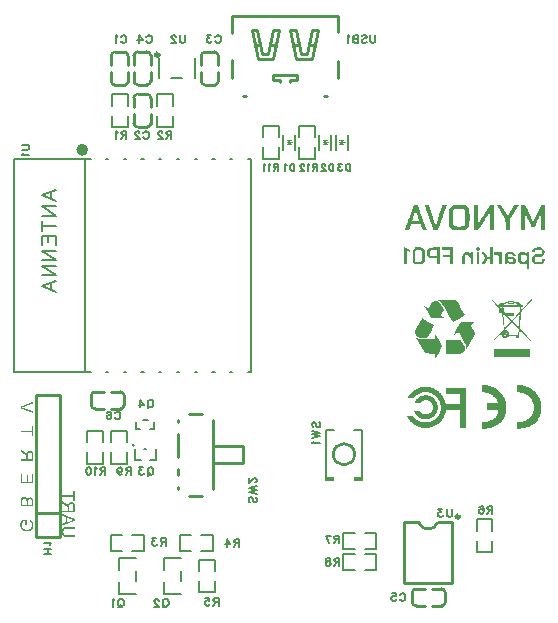
<source format=gbo>
G04 Layer: BottomSilkscreenLayer*
G04 EasyEDA Pro v3.2.69, 2026-01-08 09:06:00*
G04 Gerber Generator version 0.3*
G04 Scale: 100 percent, Rotated: No, Reflected: No*
G04 Dimensions in millimeters*
G04 Leading zeros omitted, absolute positions, 4 integers and 5 decimals*
G04 Generated by one-click*
%FSLAX45Y45*%
%MOMM*%
%ADD10C,0.1524*%
%ADD11C,0.2032*%
%ADD12C,0.254*%
%ADD13C,0.15199*%
%ADD14C,0.13*%
%ADD15C,0.1*%
%ADD16C,0.18999*%
%ADD17C,0.2055*%
%ADD18C,0.2*%
%ADD19C,0.25*%
%ADD20C,0.5*%
%ADD21C,0.3*%
G75*


G04 Image Start*
G36*
G01X3601497Y2566414D02*
G01X3631593Y2513708D01*
G01X3601497Y2461004D01*
G01X3571401Y2408300D01*
G01X3571315Y2430780D01*
G01X3571228Y2453259D01*
G01X3538400Y2453381D01*
G01X3505571Y2453503D01*
G01X3502464Y2454073D01*
G01X3499356Y2454643D01*
G01X3496082Y2455690D01*
G01X3492808Y2456738D01*
G01X3490457Y2457919D01*
G01X3488106Y2459100D01*
G01X3486100Y2460463D01*
G01X3484093Y2461825D01*
G01X3481881Y2464039D01*
G01X3479669Y2466253D01*
G01X3478301Y2468268D01*
G01X3476934Y2470283D01*
G01X3475605Y2472964D01*
G01X3474275Y2475646D01*
G01X3437594Y2538766D01*
G01X3400913Y2601887D01*
G01X3400713Y2602456D01*
G01X3400513Y2603026D01*
G01X3402771Y2600064D01*
G01X3405028Y2597103D01*
G01X3408435Y2593563D01*
G01X3411841Y2590024D01*
G01X3414372Y2587979D01*
G01X3416903Y2585934D01*
G01X3419925Y2583966D01*
G01X3422948Y2582000D01*
G01X3426307Y2580367D01*
G01X3429665Y2578735D01*
G01X3432184Y2577833D01*
G01X3434703Y2576931D01*
G01X3437938Y2576112D01*
G01X3441172Y2575293D01*
G01X3444655Y2574729D01*
G01X3448138Y2574166D01*
G01X3509683Y2574044D01*
G01X3571228Y2573922D01*
G01X3571315Y2596521D01*
G01X3571401Y2619119D01*
G01X3601497Y2566414D01*
G37*
G36*
G01X3733973Y2907846D02*
G01X3736673Y2907391D01*
G01X3739683Y2906337D01*
G01X3742693Y2905282D01*
G01X3745616Y2903749D01*
G01X3748540Y2902216D01*
G01X3751349Y2900106D01*
G01X3754159Y2897996D01*
G01X3756990Y2895200D01*
G01X3759822Y2892404D01*
G01X3761871Y2889883D01*
G01X3763920Y2887363D01*
G01X3771817Y2873247D01*
G01X3779713Y2859130D01*
G01X3794328Y2832747D01*
G01X3808943Y2806364D01*
G01X3816542Y2792600D01*
G01X3824140Y2778837D01*
G01X3823888Y2778605D01*
G01X3823637Y2778373D01*
G01X3772753Y2748422D01*
G01X3721869Y2718470D01*
G01X3721418Y2719061D01*
G01X3720966Y2719651D01*
G01X3705514Y2746371D01*
G01X3690061Y2773090D01*
G01X3671562Y2804851D01*
G01X3653063Y2836612D01*
G01X3643435Y2852913D01*
G01X3633807Y2869213D01*
G01X3630923Y2873929D01*
G01X3628039Y2878645D01*
G01X3625659Y2881827D01*
G01X3623280Y2885010D01*
G01X3620090Y2888435D01*
G01X3616900Y2891861D01*
G01X3613478Y2894616D01*
G01X3610056Y2897370D01*
G01X3607690Y2898899D01*
G01X3605323Y2900429D01*
G01X3601965Y2902147D01*
G01X3598606Y2903865D01*
G01X3594408Y2905253D01*
G01X3590209Y2906640D01*
G01X3587187Y2907181D01*
G01X3584164Y2907722D01*
G01X3580973Y2907999D01*
G01X3577782Y2908276D01*
G01X3654528Y2908288D01*
G01X3731273Y2908300D01*
G01X3733973Y2907846D01*
G37*
G36*
G01X3911281Y2718514D02*
G01X3910962Y2718217D01*
G01X3891849Y2707930D01*
G01X3872736Y2697643D01*
G01X3872575Y2697483D01*
G01X3872415Y2697322D01*
G01X3887399Y2671832D01*
G01X3902382Y2646341D01*
G01X3903531Y2643841D01*
G01X3904679Y2641341D01*
G01X3905700Y2638277D01*
G01X3906721Y2635213D01*
G01X3907268Y2632395D01*
G01X3907816Y2629577D01*
G01X3908008Y2625686D01*
G01X3908200Y2621795D01*
G01X3907621Y2618329D01*
G01X3907042Y2614863D01*
G01X3906188Y2612306D01*
G01X3905333Y2609748D01*
G01X3904070Y2607227D01*
G01X3902807Y2604707D01*
G01X3866496Y2542212D01*
G01X3830186Y2479718D01*
G01X3830186Y2479877D01*
G01X3830186Y2480036D01*
G01X3831356Y2482811D01*
G01X3832526Y2485587D01*
G01X3833534Y2488851D01*
G01X3834543Y2492114D01*
G01X3835119Y2494971D01*
G01X3835695Y2497828D01*
G01X3835707Y2504718D01*
G01X3835720Y2511608D01*
G01X3834948Y2515305D01*
G01X3834176Y2519002D01*
G01X3833170Y2522016D01*
G01X3832165Y2525030D01*
G01X3830878Y2527778D01*
G01X3829591Y2530526D01*
G01X3827403Y2534175D01*
G01X3825214Y2537824D01*
G01X3797867Y2585381D01*
G01X3770521Y2632939D01*
G01X3770200Y2633518D01*
G01X3769880Y2634098D01*
G01X3750476Y2623649D01*
G01X3731071Y2613199D01*
G01X3730931Y2613339D01*
G01X3730790Y2613480D01*
G01X3760864Y2666145D01*
G01X3790937Y2718811D01*
G01X3851268Y2718811D01*
G01X3911600Y2718811D01*
G01X3911281Y2718514D01*
G37*
G36*
G01X3513925Y2721836D02*
G01X3564599Y2691974D01*
G01X3564948Y2691625D01*
G01X3565296Y2691277D01*
G01X3535265Y2638669D01*
G01X3505235Y2586061D01*
G01X3475629Y2586057D01*
G01X3446021Y2586053D01*
G01X3442199Y2586707D01*
G01X3438378Y2587361D01*
G01X3435197Y2588423D01*
G01X3432016Y2589485D01*
G01X3429046Y2590971D01*
G01X3426075Y2592457D01*
G01X3424008Y2593846D01*
G01X3421940Y2595235D01*
G01X3419189Y2597554D01*
G01X3416438Y2599872D01*
G01X3414111Y2602626D01*
G01X3411785Y2605379D01*
G01X3410104Y2607899D01*
G01X3408423Y2610420D01*
G01X3406908Y2613445D01*
G01X3405394Y2616470D01*
G01X3404372Y2619523D01*
G01X3403350Y2622576D01*
G01X3402786Y2625236D01*
G01X3402223Y2627897D01*
G01X3402046Y2632434D01*
G01X3401870Y2636972D01*
G01X3402263Y2639997D01*
G01X3402656Y2643021D01*
G01X3403486Y2646106D01*
G01X3404315Y2649191D01*
G01X3405487Y2651988D01*
G01X3406658Y2654785D01*
G01X3408274Y2657642D01*
G01X3409890Y2660498D01*
G01X3422169Y2681504D01*
G01X3434449Y2702510D01*
G01X3444840Y2720491D01*
G01X3455231Y2738472D01*
G01X3459039Y2745110D01*
G01X3462847Y2751748D01*
G01X3463049Y2751723D01*
G01X3463252Y2751697D01*
G01X3513925Y2721836D01*
G37*
G36*
G01X3584159Y2895883D02*
G01X3586504Y2895583D01*
G01X3589836Y2894740D01*
G01X3593167Y2893897D01*
G01X3596262Y2892603D01*
G01X3599357Y2891309D01*
G01X3601748Y2889912D01*
G01X3604139Y2888514D01*
G01X3606746Y2886542D01*
G01X3609354Y2884571D01*
G01X3612072Y2881765D01*
G01X3614790Y2878960D01*
G01X3616379Y2876789D01*
G01X3617968Y2874618D01*
G01X3620581Y2870403D01*
G01X3623194Y2866189D01*
G01X3627052Y2859635D01*
G01X3630910Y2853081D01*
G01X3634946Y2845855D01*
G01X3638983Y2838629D01*
G01X3642770Y2831411D01*
G01X3646557Y2824194D01*
G01X3646221Y2823345D01*
G01X3645884Y2822496D01*
G01X3632749Y2799158D01*
G01X3619613Y2775820D01*
G01X3619689Y2775750D01*
G01X3619766Y2775681D01*
G01X3638742Y2764015D01*
G01X3657719Y2752349D01*
G01X3658210Y2751880D01*
G01X3658702Y2751412D01*
G01X3598426Y2751424D01*
G01X3538150Y2751436D01*
G01X3508139Y2804044D01*
G01X3478127Y2856651D01*
G01X3478283Y2856807D01*
G01X3478439Y2856963D01*
G01X3495364Y2847850D01*
G01X3512288Y2838737D01*
G01X3514335Y2837603D01*
G01X3516381Y2836470D01*
G01X3517437Y2839230D01*
G01X3518492Y2841990D01*
G01X3521805Y2848039D01*
G01X3525119Y2854089D01*
G01X3529675Y2862323D01*
G01X3534230Y2870558D01*
G01X3535350Y2872554D01*
G01X3536471Y2874551D01*
G01X3538687Y2877432D01*
G01X3540904Y2880314D01*
G01X3543977Y2883209D01*
G01X3547051Y2886105D01*
G01X3549822Y2887963D01*
G01X3552593Y2889822D01*
G01X3555615Y2891328D01*
G01X3558638Y2892835D01*
G01X3561829Y2893854D01*
G01X3565020Y2894873D01*
G01X3566699Y2895226D01*
G01X3568378Y2895580D01*
G01X3571005Y2895924D01*
G01X3573633Y2896269D01*
G01X3577723Y2896226D01*
G01X3581813Y2896184D01*
G01X3584159Y2895883D01*
G37*
G36*
G01X3788972Y2569501D02*
G01X3790100Y2567736D01*
G01X3794300Y2560678D01*
G01X3798500Y2553620D01*
G01X3802746Y2546005D01*
G01X3806992Y2538390D01*
G01X3811143Y2530545D01*
G01X3815294Y2522699D01*
G01X3817483Y2519455D01*
G01X3819673Y2516210D01*
G01X3821086Y2512985D01*
G01X3822500Y2509759D01*
G01X3823360Y2506482D01*
G01X3824221Y2503206D01*
G01X3824385Y2498332D01*
G01X3824548Y2493459D01*
G01X3823994Y2490266D01*
G01X3823440Y2487073D01*
G01X3822297Y2483655D01*
G01X3821154Y2480236D01*
G01X3820109Y2478164D01*
G01X3819064Y2476092D01*
G01X3817566Y2473685D01*
G01X3816069Y2471277D01*
G01X3813997Y2468644D01*
G01X3811924Y2466011D01*
G01X3809088Y2463355D01*
G01X3806252Y2460700D01*
G01X3803189Y2458653D01*
G01X3800126Y2456607D01*
G01X3797377Y2455288D01*
G01X3794628Y2453970D01*
G01X3791668Y2452985D01*
G01X3788706Y2451999D01*
G01X3786188Y2451469D01*
G01X3783668Y2450939D01*
G01X3779134Y2450595D01*
G01X3774600Y2450252D01*
G01X3721029Y2450345D01*
G01X3667459Y2450439D01*
G01X3667459Y2510768D01*
G01X3667459Y2571097D01*
G01X3727652Y2571182D01*
G01X3787845Y2571267D01*
G01X3788972Y2569501D01*
G37*
G36*
G01X3829168Y2477979D02*
G01X3829157Y2477662D01*
G01X3828664Y2477010D01*
G01X3828171Y2476358D01*
G01X3828182Y2476674D01*
G01X3828192Y2476990D01*
G01X3828685Y2477643D01*
G01X3829178Y2478295D01*
G01X3829168Y2477979D01*
G37*
G36*
G01X3829850Y2479175D02*
G01X3829850Y2478727D01*
G01X3829626Y2478951D01*
G01X3829402Y2479175D01*
G01X3829626Y2479399D01*
G01X3829850Y2479623D01*
G01X3829850Y2479175D01*
G37*
G36*
G01X3400277Y2603530D02*
G01X3400277Y2603082D01*
G01X3400053Y2603306D01*
G01X3399829Y2603530D01*
G01X3400053Y2603754D01*
G01X3400277Y2603978D01*
G01X3400277Y2603530D01*
G37*
G36*
G01X3827499Y2475310D02*
G01X3827499Y2475142D01*
G01X3827331Y2475142D01*
G01X3827163Y2475142D01*
G01X3827163Y2475310D01*
G01X3827163Y2475478D01*
G01X3827331Y2475478D01*
G01X3827499Y2475478D01*
G01X3827499Y2475310D01*
G37*
G36*
G01X4016292Y2182871D02*
G01X4021473Y2181475D01*
G01X4024064Y2181435D01*
G01X4026654Y2181394D01*
G01X4028021Y2180359D01*
G01X4029388Y2179325D01*
G01X4034080Y2178823D01*
G01X4038771Y2178321D01*
G01X4039125Y2177402D01*
G01X4039477Y2176483D01*
G01X4042787Y2176030D01*
G01X4046097Y2175576D01*
G01X4048589Y2174143D01*
G01X4051081Y2172709D01*
G01X4053532Y2172199D01*
G01X4055983Y2171689D01*
G01X4059084Y2169917D01*
G01X4062184Y2168146D01*
G01X4063294Y2168133D01*
G01X4064404Y2168119D01*
G01X4066255Y2167135D01*
G01X4068105Y2166151D01*
G01X4074954Y2162332D01*
G01X4081802Y2158513D01*
G01X4082854Y2158513D01*
G01X4083906Y2158513D01*
G01X4086037Y2156479D01*
G01X4088168Y2154445D01*
G01X4091830Y2152369D01*
G01X4095493Y2150293D01*
G01X4100358Y2146822D01*
G01X4105224Y2143351D01*
G01X4113312Y2136576D01*
G01X4121399Y2129802D01*
G01X4124751Y2125852D01*
G01X4128102Y2121902D01*
G01X4130642Y2118573D01*
G01X4133183Y2115245D01*
G01X4136745Y2111284D01*
G01X4140308Y2107323D01*
G01X4145053Y2100131D01*
G01X4149799Y2092940D01*
G01X4154620Y2084082D01*
G01X4159441Y2075225D01*
G01X4161349Y2068646D01*
G01X4163257Y2062067D01*
G01X4164259Y2060920D01*
G01X4165260Y2059773D01*
G01X4165756Y2056321D01*
G01X4166253Y2052868D01*
G01X4167328Y2051977D01*
G01X4168401Y2051087D01*
G01X4168401Y2047876D01*
G01X4168401Y2044666D01*
G01X4169778Y2041125D01*
G01X4171154Y2037585D01*
G01X4171572Y2030928D01*
G01X4171990Y2024272D01*
G01X4172862Y2022052D01*
G01X4173734Y2019834D01*
G01X4173844Y1998754D01*
G01X4173953Y1977675D01*
G01X4173018Y1974601D01*
G01X4172083Y1971527D01*
G01X4170609Y1960918D01*
G01X4169136Y1950309D01*
G01X4167238Y1942913D01*
G01X4165341Y1935517D01*
G01X4164352Y1933988D01*
G01X4163364Y1932459D01*
G01X4161779Y1926961D01*
G01X4160194Y1921464D01*
G01X4158738Y1918759D01*
G01X4157282Y1916055D01*
G01X4156199Y1912988D01*
G01X4155116Y1909920D01*
G01X4150100Y1902465D01*
G01X4145085Y1895010D01*
G01X4143235Y1892199D01*
G01X4141384Y1889387D01*
G01X4134175Y1880556D01*
G01X4126966Y1871725D01*
G01X4123996Y1869044D01*
G01X4121025Y1866362D01*
G01X4120379Y1866362D01*
G01X4119733Y1866362D01*
G01X4114292Y1861487D01*
G01X4108851Y1856611D01*
G01X4106613Y1855488D01*
G01X4104375Y1854365D01*
G01X4101784Y1851948D01*
G01X4099193Y1849530D01*
G01X4088765Y1843954D01*
G01X4078336Y1838377D01*
G01X4075071Y1837508D01*
G01X4071806Y1836639D01*
G01X4070564Y1835532D01*
G01X4069321Y1834425D01*
G01X4066134Y1833709D01*
G01X4062946Y1832993D01*
G01X4061791Y1831949D01*
G01X4060637Y1830906D01*
G01X4055859Y1829463D01*
G01X4051081Y1828020D01*
G01X4046640Y1826857D01*
G01X4042199Y1825695D01*
G01X4035167Y1823806D01*
G01X4028135Y1821917D01*
G01X4020946Y1820517D01*
G01X4013758Y1819118D01*
G01X4004662Y1818147D01*
G01X3995567Y1817177D01*
G01X3982983Y1817177D01*
G01X3970400Y1817177D01*
G01X3970400Y1844173D01*
G01X3970400Y1871169D01*
G01X3977802Y1871626D01*
G01X3985204Y1872084D01*
G01X3989251Y1873291D01*
G01X3993298Y1874498D01*
G01X3997581Y1874498D01*
G01X4001863Y1874498D01*
G01X4004625Y1875977D01*
G01X4007388Y1877456D01*
G01X4009005Y1877456D01*
G01X4010623Y1877456D01*
G01X4017158Y1879000D01*
G01X4023694Y1880544D01*
G01X4024897Y1881620D01*
G01X4026101Y1882697D01*
G01X4028968Y1883160D01*
G01X4031836Y1883624D01*
G01X4034057Y1884975D01*
G01X4036277Y1886326D01*
G01X4037387Y1886331D01*
G01X4038497Y1886336D01*
G01X4043636Y1888923D01*
G01X4048776Y1891509D01*
G01X4049605Y1891509D01*
G01X4050434Y1891509D01*
G01X4055569Y1894578D01*
G01X4060703Y1897647D01*
G01X4063833Y1900495D01*
G01X4066962Y1903343D01*
G01X4067759Y1903343D01*
G01X4068556Y1903343D01*
G01X4076002Y1910554D01*
G01X4083449Y1917766D01*
G01X4085711Y1921094D01*
G01X4087973Y1924422D01*
G01X4090462Y1927225D01*
G01X4092950Y1930028D01*
G01X4093379Y1932170D01*
G01X4093808Y1934313D01*
G01X4094732Y1934667D01*
G01X4095656Y1935021D01*
G01X4098314Y1940250D01*
G01X4100973Y1945479D01*
G01X4101452Y1948031D01*
G01X4101931Y1950582D01*
G01X4103338Y1951855D01*
G01X4104745Y1953127D01*
G01X4104745Y1956068D01*
G01X4104745Y1959010D01*
G01X4106256Y1961453D01*
G01X4107767Y1963896D01*
G01X4107551Y1970046D01*
G01X4107336Y1976196D01*
G01X4058182Y1976386D01*
G01X4009029Y1976576D01*
G01X4008034Y1977401D01*
G01X4007040Y1978226D01*
G01X4007040Y2005132D01*
G01X4007040Y2032037D01*
G01X4008520Y2033517D01*
G01X4010000Y2034996D01*
G01X4057026Y2034996D01*
G01X4104051Y2034996D01*
G01X4104473Y2036093D01*
G01X4104894Y2037191D01*
G01X4101758Y2046078D01*
G01X4098622Y2054966D01*
G01X4097997Y2054966D01*
G01X4097371Y2054966D01*
G01X4095692Y2058239D01*
G01X4094012Y2061512D01*
G01X4092056Y2065080D01*
G01X4090100Y2068649D01*
G01X4084839Y2074532D01*
G01X4079578Y2080416D01*
G01X4079578Y2080941D01*
G01X4079578Y2081465D01*
G01X4074582Y2085372D01*
G01X4069586Y2089280D01*
G01X4063664Y2094171D01*
G01X4057743Y2099062D01*
G01X4052087Y2102533D01*
G01X4046431Y2106005D01*
G01X4044146Y2106461D01*
G01X4041862Y2106918D01*
G01X4041033Y2107915D01*
G01X4040205Y2108913D01*
G01X4034064Y2110784D01*
G01X4027924Y2112655D01*
G01X4027497Y2113765D01*
G01X4027071Y2114875D01*
G01X4025661Y2114875D01*
G01X4024250Y2114875D01*
G01X4021011Y2116040D01*
G01X4017772Y2117205D01*
G01X4011552Y2119028D01*
G01X4005331Y2120852D01*
G01X4002122Y2121291D01*
G01X3998913Y2121731D01*
G01X3998074Y2122741D01*
G01X3997236Y2123751D01*
G01X3990015Y2123751D01*
G01X3982794Y2123751D01*
G01X3981932Y2124788D01*
G01X3981071Y2125826D01*
G01X3975920Y2126342D01*
G01X3970770Y2126859D01*
G01X3970770Y2155629D01*
G01X3970770Y2184400D01*
G01X3990940Y2184333D01*
G01X4011110Y2184266D01*
G01X4016292Y2182871D01*
G37*
G36*
G01X4311629Y2183175D02*
G01X4314590Y2182055D01*
G01X4324046Y2180274D01*
G01X4333502Y2178494D01*
G01X4336259Y2177109D01*
G01X4339016Y2175725D01*
G01X4343087Y2174775D01*
G01X4347158Y2173825D01*
G01X4351599Y2172033D01*
G01X4356040Y2170242D01*
G01X4357891Y2169195D01*
G01X4359741Y2168148D01*
G01X4363072Y2166652D01*
G01X4366403Y2165157D01*
G01X4373375Y2161650D01*
G01X4380348Y2158143D01*
G01X4385711Y2154445D01*
G01X4391075Y2150747D01*
G01X4398724Y2145363D01*
G01X4406373Y2139979D01*
G01X4414537Y2132050D01*
G01X4422699Y2124121D01*
G01X4429367Y2116355D01*
G01X4436035Y2108588D01*
G01X4438319Y2105630D01*
G01X4440603Y2102672D01*
G01X4445561Y2093796D01*
G01X4450518Y2084921D01*
G01X4451892Y2083441D01*
G01X4453266Y2081962D01*
G01X4453807Y2079743D01*
G01X4454349Y2077524D01*
G01X4456823Y2072840D01*
G01X4459297Y2068156D01*
G01X4459297Y2066459D01*
G01X4459297Y2064762D01*
G01X4460407Y2063841D01*
G01X4461518Y2062921D01*
G01X4461518Y2059926D01*
G01X4461518Y2056931D01*
G01X4462673Y2055656D01*
G01X4463828Y2054381D01*
G01X4464508Y2049585D01*
G01X4465187Y2044790D01*
G01X4465965Y2042745D01*
G01X4466744Y2040699D01*
G01X4467508Y2035074D01*
G01X4468272Y2029449D01*
G01X4469336Y2025801D01*
G01X4470400Y2022154D01*
G01X4470376Y1997695D01*
G01X4470352Y1973237D01*
G01X4468920Y1969170D01*
G01X4467488Y1965101D01*
G01X4467463Y1961374D01*
G01X4467439Y1957646D01*
G01X4466225Y1953238D01*
G01X4465011Y1948830D01*
G01X4463079Y1940641D01*
G01X4461147Y1932452D01*
G01X4459955Y1931260D01*
G01X4458762Y1930069D01*
G01X4458294Y1927144D01*
G01X4457826Y1924221D01*
G01X4455601Y1919993D01*
G01X4453376Y1915767D01*
G01X4453360Y1914547D01*
G01X4453344Y1913328D01*
G01X4450029Y1908214D01*
G01X4446714Y1903101D01*
G01X4446714Y1902227D01*
G01X4446714Y1901353D01*
G01X4445177Y1899963D01*
G01X4443640Y1898574D01*
G01X4440984Y1893747D01*
G01X4438327Y1888920D01*
G01X4434215Y1883743D01*
G01X4430103Y1878565D01*
G01X4426750Y1874937D01*
G01X4423398Y1871309D01*
G01X4414886Y1864536D01*
G01X4406373Y1857763D01*
G01X4400800Y1853648D01*
G01X4395226Y1849533D01*
G01X4390067Y1846914D01*
G01X4384908Y1844295D01*
G01X4378246Y1840519D01*
G01X4371584Y1836742D01*
G01X4366485Y1835177D01*
G01X4361385Y1833612D01*
G01X4360008Y1832236D01*
G01X4358631Y1830860D01*
G01X4355913Y1830860D01*
G01X4353196Y1830860D01*
G01X4351945Y1829728D01*
G01X4350694Y1828597D01*
G01X4346705Y1827940D01*
G01X4342717Y1827284D01*
G01X4340577Y1826462D01*
G01X4338438Y1825640D01*
G01X4328734Y1823782D01*
G01X4319030Y1821924D01*
G01X4316117Y1820795D01*
G01X4313203Y1819667D01*
G01X4305384Y1819292D01*
G01X4297565Y1818918D01*
G01X4292608Y1817863D01*
G01X4287650Y1816807D01*
G01X4278373Y1816807D01*
G01X4269096Y1816807D01*
G01X4268690Y1818471D01*
G01X4268284Y1820135D01*
G01X4268491Y1846022D01*
G01X4268697Y1871909D01*
G01X4277210Y1872326D01*
G01X4285722Y1872743D01*
G01X4292013Y1873998D01*
G01X4298305Y1875253D01*
G01X4306817Y1877159D01*
G01X4315330Y1879064D01*
G01X4319771Y1880540D01*
G01X4324212Y1882016D01*
G01X4327173Y1882809D01*
G01X4330133Y1883601D01*
G01X4331984Y1884862D01*
G01X4333834Y1886124D01*
G01X4337906Y1887448D01*
G01X4341977Y1888773D01*
G01X4344554Y1890511D01*
G01X4347131Y1892249D01*
G01X4347818Y1892249D01*
G01X4348504Y1892249D01*
G01X4352446Y1895223D01*
G01X4356389Y1898197D01*
G01X4360416Y1900621D01*
G01X4364443Y1903046D01*
G01X4374431Y1912713D01*
G01X4384419Y1922381D01*
G01X4386635Y1926730D01*
G01X4388851Y1931079D01*
G01X4390328Y1931968D01*
G01X4391807Y1932857D01*
G01X4392294Y1935077D01*
G01X4392782Y1937296D01*
G01X4394240Y1939149D01*
G01X4395699Y1941001D01*
G01X4397103Y1944915D01*
G01X4398507Y1948830D01*
G01X4400376Y1953308D01*
G01X4402244Y1957786D01*
G01X4403371Y1964242D01*
G01X4404498Y1970699D01*
G01X4405251Y1972105D01*
G01X4406003Y1973510D01*
G01X4406003Y1997633D01*
G01X4406003Y2021756D01*
G01X4404965Y2023763D01*
G01X4403927Y2025769D01*
G01X4402278Y2033526D01*
G01X4400628Y2041283D01*
G01X4394400Y2053486D01*
G01X4388172Y2065690D01*
G01X4387234Y2066430D01*
G01X4386296Y2067169D01*
G01X4383085Y2071977D01*
G01X4379874Y2076785D01*
G01X4372901Y2083598D01*
G01X4365928Y2090412D01*
G01X4363204Y2092054D01*
G01X4360481Y2093695D01*
G01X4354190Y2098503D01*
G01X4347898Y2103311D01*
G01X4344197Y2104386D01*
G01X4340496Y2105461D01*
G01X4338065Y2107580D01*
G01X4335634Y2109698D01*
G01X4334723Y2109698D01*
G01X4333813Y2109698D01*
G01X4330988Y2111210D01*
G01X4328163Y2112723D01*
G01X4320636Y2115174D01*
G01X4313109Y2117624D01*
G01X4310227Y2118152D01*
G01X4307345Y2118680D01*
G01X4306288Y2119736D01*
G01X4305231Y2120792D01*
G01X4301145Y2120792D01*
G01X4297058Y2120792D01*
G01X4295176Y2122271D01*
G01X4293294Y2123751D01*
G01X4287218Y2123751D01*
G01X4281143Y2123751D01*
G01X4276840Y2125230D01*
G01X4272537Y2126709D01*
G01X4270432Y2126709D01*
G01X4268327Y2126709D01*
G01X4268327Y2155554D01*
G01X4268327Y2184400D01*
G01X4288498Y2184348D01*
G01X4308668Y2184296D01*
G01X4311629Y2183175D01*
G37*
G36*
G01X3497000Y2171603D02*
G01X3499361Y2171506D01*
G01X3503936Y2171187D01*
G01X3508511Y2170868D01*
G01X3512053Y2170433D01*
G01X3515595Y2169998D01*
G01X3518547Y2169553D01*
G01X3521498Y2169108D01*
G01X3525335Y2168353D01*
G01X3529172Y2167599D01*
G01X3533293Y2166579D01*
G01X3537414Y2165559D01*
G01X3540377Y2164696D01*
G01X3543340Y2163832D01*
G01X3547324Y2162469D01*
G01X3551309Y2161105D01*
G01X3555737Y2159340D01*
G01X3560164Y2157574D01*
G01X3567248Y2154069D01*
G01X3574332Y2150564D01*
G01X3578464Y2148081D01*
G01X3582596Y2145597D01*
G01X3585105Y2143967D01*
G01X3587614Y2142336D01*
G01X3590860Y2140024D01*
G01X3594107Y2137712D01*
G01X3597502Y2135058D01*
G01X3600896Y2132404D01*
G01X3604447Y2129388D01*
G01X3607999Y2126371D01*
G01X3612687Y2121829D01*
G01X3617375Y2117287D01*
G01X3620842Y2113404D01*
G01X3624309Y2109521D01*
G01X3627217Y2105872D01*
G01X3630125Y2102223D01*
G01X3632661Y2098679D01*
G01X3635197Y2095135D01*
G01X3636912Y2092476D01*
G01X3638628Y2089818D01*
G01X3640386Y2086864D01*
G01X3642144Y2083911D01*
G01X3644505Y2079480D01*
G01X3646866Y2075050D01*
G01X3648774Y2070915D01*
G01X3650681Y2066780D01*
G01X3652166Y2063088D01*
G01X3653652Y2059396D01*
G01X3655067Y2055391D01*
G01X3656482Y2051387D01*
G01X3657818Y2046973D01*
G01X3659154Y2042560D01*
G01X3660328Y2037834D01*
G01X3661502Y2033108D01*
G01X3662316Y2029195D01*
G01X3663130Y2025281D01*
G01X3721668Y2025281D01*
G01X3780205Y2025281D01*
G01X3780205Y2067961D01*
G01X3780205Y2110641D01*
G01X3722059Y2110641D01*
G01X3663913Y2110641D01*
G01X3663913Y2136042D01*
G01X3663913Y2161443D01*
G01X3749656Y2161443D01*
G01X3835400Y2161443D01*
G01X3835400Y1993973D01*
G01X3835400Y1826503D01*
G01X3807950Y1826503D01*
G01X3780500Y1826503D01*
G01X3780500Y1899457D01*
G01X3780500Y1972412D01*
G01X3722120Y1972412D01*
G01X3663739Y1972412D01*
G01X3663072Y1968941D01*
G01X3662404Y1965470D01*
G01X3661242Y1960504D01*
G01X3660080Y1955537D01*
G01X3658720Y1950922D01*
G01X3657360Y1946306D01*
G01X3655947Y1942296D01*
G01X3654534Y1938285D01*
G01X3652697Y1933713D01*
G01X3650859Y1929141D01*
G01X3647808Y1922851D01*
G01X3644756Y1916561D01*
G01X3642617Y1912808D01*
G01X3640479Y1909056D01*
G01X3638139Y1905364D01*
G01X3635799Y1901672D01*
G01X3633417Y1898276D01*
G01X3631035Y1894879D01*
G01X3628386Y1891482D01*
G01X3625738Y1888086D01*
G01X3622430Y1884229D01*
G01X3619123Y1880373D01*
G01X3614732Y1875941D01*
G01X3610341Y1871508D01*
G01X3607094Y1868600D01*
G01X3603847Y1865691D01*
G01X3600306Y1862844D01*
G01X3596764Y1859996D01*
G01X3593960Y1857926D01*
G01X3591156Y1855855D01*
G01X3588057Y1853777D01*
G01X3584957Y1851699D01*
G01X3581711Y1849690D01*
G01X3578464Y1847682D01*
G01X3574332Y1845421D01*
G01X3570199Y1843161D01*
G01X3565477Y1840911D01*
G01X3560754Y1838660D01*
G01X3558541Y1837726D01*
G01X3556327Y1836793D01*
G01X3553228Y1835599D01*
G01X3550129Y1834405D01*
G01X3546291Y1833103D01*
G01X3542455Y1831800D01*
G01X3538438Y1830634D01*
G01X3534421Y1829467D01*
G01X3529989Y1828441D01*
G01X3525557Y1827415D01*
G01X3521462Y1826672D01*
G01X3517366Y1825929D01*
G01X3512938Y1825339D01*
G01X3508511Y1824750D01*
G01X3504379Y1824375D01*
G01X3500247Y1824000D01*
G01X3489916Y1824006D01*
G01X3479586Y1824012D01*
G01X3475748Y1824385D01*
G01X3471911Y1824758D01*
G01X3468665Y1825196D01*
G01X3465418Y1825633D01*
G01X3461876Y1826237D01*
G01X3458334Y1826840D01*
G01X3455678Y1827419D01*
G01X3453021Y1827999D01*
G01X3448905Y1829044D01*
G01X3444789Y1830090D01*
G01X3439312Y1831875D01*
G01X3433836Y1833661D01*
G01X3429556Y1835363D01*
G01X3425276Y1837064D01*
G01X3422056Y1838482D01*
G01X3418835Y1839899D01*
G01X3414234Y1842242D01*
G01X3409633Y1844585D01*
G01X3405500Y1846954D01*
G01X3401368Y1849322D01*
G01X3396236Y1852698D01*
G01X3391104Y1856073D01*
G01X3387116Y1859056D01*
G01X3383128Y1862038D01*
G01X3380442Y1864260D01*
G01X3377756Y1866483D01*
G01X3374049Y1869804D01*
G01X3370343Y1873126D01*
G01X3365933Y1877662D01*
G01X3361522Y1882198D01*
G01X3358450Y1885866D01*
G01X3355378Y1889535D01*
G01X3352964Y1892798D01*
G01X3350551Y1896061D01*
G01X3349044Y1898310D01*
G01X3347537Y1900559D01*
G01X3345878Y1903297D01*
G01X3344219Y1906035D01*
G01X3342276Y1909908D01*
G01X3340332Y1913782D01*
G01X3338924Y1917322D01*
G01X3337516Y1920861D01*
G01X3337612Y1921015D01*
G01X3337707Y1921170D01*
G01X3360535Y1921153D01*
G01X3383364Y1921136D01*
G01X3385482Y1920376D01*
G01X3387600Y1919616D01*
G01X3389667Y1918241D01*
G01X3391735Y1916865D01*
G01X3395907Y1912370D01*
G01X3400079Y1907875D01*
G01X3403822Y1904374D01*
G01X3407566Y1900873D01*
G01X3410419Y1898546D01*
G01X3413272Y1896220D01*
G01X3416709Y1893709D01*
G01X3420146Y1891199D01*
G01X3423892Y1888873D01*
G01X3427638Y1886547D01*
G01X3431474Y1884456D01*
G01X3435312Y1882364D01*
G01X3439444Y1880535D01*
G01X3443576Y1878707D01*
G01X3447413Y1877251D01*
G01X3451250Y1875796D01*
G01X3455087Y1874651D01*
G01X3458925Y1873507D01*
G01X3461286Y1872916D01*
G01X3463647Y1872325D01*
G01X3467483Y1871555D01*
G01X3471319Y1870785D01*
G01X3475810Y1870208D01*
G01X3480301Y1869631D01*
G01X3485846Y1869362D01*
G01X3491392Y1869092D01*
G01X3497000Y1869338D01*
G01X3502608Y1869583D01*
G01X3506364Y1870049D01*
G01X3510119Y1870516D01*
G01X3514185Y1871262D01*
G01X3518251Y1872008D01*
G01X3522185Y1873037D01*
G01X3526119Y1874067D01*
G01X3529416Y1875130D01*
G01X3532714Y1876192D01*
G01X3537289Y1877995D01*
G01X3541864Y1879796D01*
G01X3547324Y1882493D01*
G01X3552785Y1885190D01*
G01X3556179Y1887199D01*
G01X3559574Y1889207D01*
G01X3563700Y1892002D01*
G01X3567826Y1894798D01*
G01X3572112Y1898225D01*
G01X3576398Y1901653D01*
G01X3581733Y1906979D01*
G01X3587068Y1912306D01*
G01X3589279Y1914963D01*
G01X3591490Y1917622D01*
G01X3593713Y1920576D01*
G01X3595936Y1923529D01*
G01X3598004Y1926630D01*
G01X3600071Y1929732D01*
G01X3601764Y1932666D01*
G01X3603456Y1935601D01*
G01X3605623Y1939930D01*
G01X3607790Y1944259D01*
G01X3609325Y1947924D01*
G01X3610861Y1951589D01*
G01X3612568Y1956757D01*
G01X3614276Y1961926D01*
G01X3615330Y1966209D01*
G01X3616384Y1970492D01*
G01X3617122Y1974550D01*
G01X3617859Y1978608D01*
G01X3618289Y1982082D01*
G01X3618718Y1985555D01*
G01X3619070Y1990724D01*
G01X3619423Y1995893D01*
G01X3619235Y2001948D01*
G01X3619046Y2008003D01*
G01X3618613Y2011867D01*
G01X3618180Y2015731D01*
G01X3617710Y2018660D01*
G01X3617241Y2021589D01*
G01X3616520Y2025013D01*
G01X3615800Y2028436D01*
G01X3614492Y2032988D01*
G01X3613185Y2037539D01*
G01X3611986Y2040881D01*
G01X3610787Y2044223D01*
G01X3609140Y2048117D01*
G01X3607493Y2052012D01*
G01X3605194Y2056442D01*
G01X3602894Y2060873D01*
G01X3601225Y2063625D01*
G01X3599556Y2066377D01*
G01X3597739Y2069089D01*
G01X3595923Y2071801D01*
G01X3593735Y2074700D01*
G01X3591547Y2077600D01*
G01X3589298Y2080312D01*
G01X3587048Y2083025D01*
G01X3582608Y2087565D01*
G01X3578169Y2092106D01*
G01X3574922Y2094915D01*
G01X3571675Y2097723D01*
G01X3568199Y2100358D01*
G01X3564722Y2102993D01*
G01X3560957Y2105458D01*
G01X3557192Y2107924D01*
G01X3553365Y2110070D01*
G01X3549538Y2112217D01*
G01X3546144Y2113820D01*
G01X3542750Y2115424D01*
G01X3538865Y2117000D01*
G01X3534980Y2118576D01*
G01X3530748Y2119944D01*
G01X3526516Y2121312D01*
G01X3522384Y2122320D01*
G01X3518251Y2123328D01*
G01X3514267Y2124055D01*
G01X3510282Y2124782D01*
G01X3505855Y2125302D01*
G01X3501427Y2125822D01*
G01X3492130Y2125830D01*
G01X3482832Y2125839D01*
G01X3477962Y2125309D01*
G01X3473092Y2124778D01*
G01X3468812Y2124048D01*
G01X3464532Y2123318D01*
G01X3460843Y2122449D01*
G01X3457153Y2121580D01*
G01X3453759Y2120568D01*
G01X3450365Y2119556D01*
G01X3447118Y2118375D01*
G01X3443871Y2117195D01*
G01X3440477Y2115732D01*
G01X3437083Y2114268D01*
G01X3433984Y2112714D01*
G01X3430884Y2111159D01*
G01X3427342Y2109079D01*
G01X3423800Y2106999D01*
G01X3421144Y2105223D01*
G01X3418487Y2103446D01*
G01X3415599Y2101284D01*
G01X3412711Y2099122D01*
G01X3409991Y2096881D01*
G01X3407271Y2094640D01*
G01X3403011Y2090605D01*
G01X3398751Y2086569D01*
G01X3394362Y2081646D01*
G01X3389974Y2076722D01*
G01X3388424Y2075526D01*
G01X3386875Y2074330D01*
G01X3385414Y2073669D01*
G01X3383954Y2073008D01*
G01X3377903Y2072801D01*
G01X3371852Y2072595D01*
G01X3353626Y2072567D01*
G01X3335400Y2072539D01*
G01X3335400Y2072871D01*
G01X3335400Y2073203D01*
G01X3337284Y2077123D01*
G01X3339168Y2081043D01*
G01X3341276Y2084769D01*
G01X3343384Y2088495D01*
G01X3345470Y2091814D01*
G01X3347555Y2095135D01*
G01X3349735Y2098236D01*
G01X3351914Y2101337D01*
G01X3354359Y2104482D01*
G01X3356805Y2107628D01*
G01X3359933Y2111276D01*
G01X3363061Y2114924D01*
G01X3366424Y2118445D01*
G01X3369786Y2121966D01*
G01X3374066Y2125832D01*
G01X3378346Y2129698D01*
G01X3381445Y2132234D01*
G01X3384544Y2134770D01*
G01X3387938Y2137284D01*
G01X3391333Y2139798D01*
G01X3395317Y2142462D01*
G01X3399302Y2145126D01*
G01X3402401Y2146985D01*
G01X3405500Y2148844D01*
G01X3410666Y2151600D01*
G01X3415831Y2154356D01*
G01X3421439Y2156836D01*
G01X3427047Y2159316D01*
G01X3432360Y2161243D01*
G01X3437673Y2163171D01*
G01X3442100Y2164491D01*
G01X3446528Y2165811D01*
G01X3450262Y2166724D01*
G01X3453997Y2167637D01*
G01X3458526Y2168520D01*
G01X3463057Y2169403D01*
G01X3467189Y2169993D01*
G01X3471321Y2170582D01*
G01X3476486Y2171017D01*
G01X3481652Y2171452D01*
G01X3488145Y2171576D01*
G01X3494639Y2171700D01*
G01X3497000Y2171603D01*
G37*
G36*
G01X3502313Y2099402D02*
G01X3504969Y2099130D01*
G01X3508068Y2098674D01*
G01X3511168Y2098218D01*
G01X3515004Y2097358D01*
G01X3518842Y2096497D01*
G01X3523018Y2095150D01*
G01X3527194Y2093802D01*
G01X3530060Y2092608D01*
G01X3532927Y2091414D01*
G01X3536658Y2089537D01*
G01X3540388Y2087660D01*
G01X3543635Y2085685D01*
G01X3546882Y2083710D01*
G01X3549833Y2081603D01*
G01X3552785Y2079496D01*
G01X3556179Y2076645D01*
G01X3559574Y2073793D01*
G01X3563712Y2069548D01*
G01X3567850Y2065303D01*
G01X3570457Y2062054D01*
G01X3573064Y2058805D01*
G01X3576132Y2054191D01*
G01X3579200Y2049577D01*
G01X3581839Y2044444D01*
G01X3584478Y2039311D01*
G01X3586095Y2035324D01*
G01X3587713Y2031336D01*
G01X3589035Y2027054D01*
G01X3590358Y2022771D01*
G01X3591116Y2019227D01*
G01X3591874Y2015682D01*
G01X3592305Y2013024D01*
G01X3592735Y2010366D01*
G01X3593038Y2007412D01*
G01X3593341Y2004458D01*
G01X3593527Y2000914D01*
G01X3593715Y1997370D01*
G01X3593384Y1992105D01*
G01X3593054Y1986840D01*
G01X3592629Y1983835D01*
G01X3592203Y1980830D01*
G01X3591875Y1979057D01*
G01X3591546Y1977285D01*
G01X3590850Y1974327D01*
G01X3590154Y1971368D01*
G01X3589108Y1967915D01*
G01X3588062Y1964462D01*
G01X3586688Y1960979D01*
G01X3585314Y1957496D01*
G01X3583887Y1954440D01*
G01X3582461Y1951385D01*
G01X3580928Y1948680D01*
G01X3579396Y1945977D01*
G01X3576972Y1942248D01*
G01X3574549Y1938520D01*
G01X3572972Y1936489D01*
G01X3571395Y1934458D01*
G01X3569331Y1931947D01*
G01X3567268Y1929437D01*
G01X3563404Y1925597D01*
G01X3559540Y1921757D01*
G01X3556662Y1919394D01*
G01X3553784Y1917031D01*
G01X3550273Y1914521D01*
G01X3546761Y1912010D01*
G01X3543653Y1910142D01*
G01X3540545Y1908274D01*
G01X3536187Y1906101D01*
G01X3531829Y1903927D01*
G01X3529468Y1902985D01*
G01X3527106Y1902043D01*
G01X3523712Y1900874D01*
G01X3520317Y1899705D01*
G01X3515890Y1898571D01*
G01X3511463Y1897437D01*
G01X3507035Y1896697D01*
G01X3502608Y1895956D01*
G01X3497885Y1895600D01*
G01X3493163Y1895243D01*
G01X3488440Y1895427D01*
G01X3483718Y1895611D01*
G01X3480028Y1896068D01*
G01X3476339Y1896524D01*
G01X3472649Y1897264D01*
G01X3468960Y1898003D01*
G01X3465789Y1898879D01*
G01X3462618Y1899754D01*
G01X3459443Y1900817D01*
G01X3456268Y1901879D01*
G01X3452726Y1903354D01*
G01X3449184Y1904829D01*
G01X3444834Y1907050D01*
G01X3440483Y1909271D01*
G01X3436646Y1911674D01*
G01X3432810Y1914078D01*
G01X3429633Y1916436D01*
G01X3426457Y1918795D01*
G01X3423505Y1921345D01*
G01X3420553Y1923896D01*
G01X3417262Y1927257D01*
G01X3413970Y1930618D01*
G01X3412227Y1932685D01*
G01X3410484Y1934753D01*
G01X3409149Y1936525D01*
G01X3407813Y1938297D01*
G01X3406021Y1940955D01*
G01X3404229Y1943614D01*
G01X3402440Y1946837D01*
G01X3400652Y1950059D01*
G01X3399345Y1953045D01*
G01X3398039Y1956031D01*
G01X3397098Y1958683D01*
G01X3396158Y1961335D01*
G01X3395296Y1964732D01*
G01X3394434Y1968129D01*
G01X3394433Y1968508D01*
G01X3394432Y1968887D01*
G01X3414134Y1968803D01*
G01X3433836Y1968720D01*
G01X3435820Y1967779D01*
G01X3437805Y1966838D01*
G01X3439330Y1965416D01*
G01X3440854Y1963994D01*
G01X3443235Y1961040D01*
G01X3445615Y1958086D01*
G01X3448580Y1955113D01*
G01X3451545Y1952139D01*
G01X3453907Y1950264D01*
G01X3456268Y1948389D01*
G01X3458823Y1946706D01*
G01X3461377Y1945022D01*
G01X3464578Y1943391D01*
G01X3467779Y1941760D01*
G01X3470660Y1940687D01*
G01X3473540Y1939615D01*
G01X3476858Y1938761D01*
G01X3480176Y1937909D01*
G01X3483819Y1937438D01*
G01X3487461Y1936968D01*
G01X3490757Y1936968D01*
G01X3494052Y1936968D01*
G01X3497795Y1937406D01*
G01X3501538Y1937845D01*
G01X3504582Y1938566D01*
G01X3507626Y1939288D01*
G01X3510430Y1940230D01*
G01X3513234Y1941172D01*
G01X3516185Y1942493D01*
G01X3519137Y1943815D01*
G01X3522113Y1945582D01*
G01X3525089Y1947350D01*
G01X3527426Y1949103D01*
G01X3529763Y1950857D01*
G01X3532689Y1953578D01*
G01X3535616Y1956300D01*
G01X3537834Y1958965D01*
G01X3540053Y1961631D01*
G01X3541891Y1964437D01*
G01X3543729Y1967243D01*
G01X3544924Y1969462D01*
G01X3546120Y1971681D01*
G01X3547046Y1973892D01*
G01X3547972Y1976104D01*
G01X3548692Y1978171D01*
G01X3549412Y1980239D01*
G01X3550121Y1983044D01*
G01X3550830Y1985851D01*
G01X3551273Y1988952D01*
G01X3551717Y1992053D01*
G01X3551912Y1995007D01*
G01X3552107Y1997961D01*
G01X3551770Y2001948D01*
G01X3551433Y2005935D01*
G01X3550693Y2009627D01*
G01X3549953Y2013319D01*
G01X3548774Y2016863D01*
G01X3547596Y2020408D01*
G01X3546035Y2023657D01*
G01X3544474Y2026906D01*
G01X3542800Y2029609D01*
G01X3541127Y2032311D01*
G01X3539045Y2035007D01*
G01X3536963Y2037703D01*
G01X3534248Y2040440D01*
G01X3531534Y2043177D01*
G01X3529172Y2045059D01*
G01X3526811Y2046941D01*
G01X3524201Y2048660D01*
G01X3521592Y2050380D01*
G01X3518003Y2052130D01*
G01X3514414Y2053880D01*
G01X3510842Y2055091D01*
G01X3507269Y2056302D01*
G01X3504515Y2056903D01*
G01X3501761Y2057505D01*
G01X3498514Y2057933D01*
G01X3495266Y2058362D01*
G01X3491255Y2058362D01*
G01X3487244Y2058362D01*
G01X3484743Y2058060D01*
G01X3482242Y2057758D01*
G01X3479173Y2057159D01*
G01X3476105Y2056560D01*
G01X3472142Y2055255D01*
G01X3468178Y2053950D01*
G01X3464880Y2052343D01*
G01X3461581Y2050736D01*
G01X3459026Y2049122D01*
G01X3456471Y2047508D01*
G01X3454162Y2045773D01*
G01X3451854Y2044037D01*
G01X3448011Y2040345D01*
G01X3444166Y2036653D01*
G01X3442818Y2035553D01*
G01X3441469Y2034454D01*
G01X3439718Y2033635D01*
G01X3437968Y2032817D01*
G01X3417204Y2032713D01*
G01X3396439Y2032609D01*
G01X3396651Y2033597D01*
G01X3396864Y2034585D01*
G01X3397586Y2037095D01*
G01X3398309Y2039605D01*
G01X3399488Y2042623D01*
G01X3400667Y2045640D01*
G01X3402297Y2048826D01*
G01X3403927Y2052012D01*
G01X3406388Y2055704D01*
G01X3408847Y2059396D01*
G01X3410863Y2061905D01*
G01X3412879Y2064415D01*
G01X3416126Y2067779D01*
G01X3419373Y2071144D01*
G01X3422984Y2074165D01*
G01X3426594Y2077186D01*
G01X3429258Y2079072D01*
G01X3431922Y2080957D01*
G01X3435092Y2082951D01*
G01X3438263Y2084946D01*
G01X3442838Y2087277D01*
G01X3447413Y2089609D01*
G01X3450217Y2090789D01*
G01X3453021Y2091968D01*
G01X3455851Y2093021D01*
G01X3458680Y2094074D01*
G01X3463264Y2095391D01*
G01X3467847Y2096707D01*
G01X3471762Y2097497D01*
G01X3475676Y2098287D01*
G01X3479992Y2098869D01*
G01X3484308Y2099451D01*
G01X3491982Y2099562D01*
G01X3499656Y2099673D01*
G01X3502313Y2099402D01*
G37*
G36*
G01X4384477Y2559410D02*
G01X4383543Y2558780D01*
G01X4382610Y2558151D01*
G01X4379797Y2558151D01*
G01X4378661Y2558701D01*
G01X4377524Y2559252D01*
G01X4332288Y2606919D01*
G01X4287053Y2654586D01*
G01X4286979Y2653924D01*
G01X4286906Y2653263D01*
G01X4283562Y2612509D01*
G01X4283562Y2604240D01*
G01X4279094Y2604240D01*
G01X4279094Y2582732D01*
G01X4257314Y2582732D01*
G01X4257314Y2604240D01*
G01X4195183Y2604238D01*
G01X4194087Y2602102D01*
G01X4192991Y2599967D01*
G01X4189829Y2595721D01*
G01X4187717Y2593723D01*
G01X4185605Y2591725D01*
G01X4183552Y2590340D01*
G01X4181500Y2588955D01*
G01X4179824Y2588110D01*
G01X4178149Y2587265D01*
G01X4173298Y2585553D01*
G01X4168655Y2584661D01*
G01X4165020Y2584655D01*
G01X4161386Y2584650D01*
G01X4158570Y2585224D01*
G01X4155754Y2585798D01*
G01X4151900Y2587247D01*
G01X4149677Y2588404D01*
G01X4147453Y2589560D01*
G01X4143244Y2592698D01*
G01X4141148Y2594907D01*
G01X4139052Y2597117D01*
G01X4137764Y2599078D01*
G01X4136476Y2601038D01*
G01X4135604Y2602766D01*
G01X4134732Y2604494D01*
G01X4134028Y2606364D01*
G01X4133324Y2608235D01*
G01X4132739Y2611056D01*
G01X4132154Y2613877D01*
G01X4132153Y2618346D01*
G01X4150313Y2618346D01*
G01X4150482Y2616441D01*
G01X4150651Y2614535D01*
G01X4151804Y2611084D01*
G01X4152605Y2609827D01*
G01X4153406Y2608570D01*
G01X4154608Y2607351D01*
G01X4155810Y2606133D01*
G01X4156994Y2605315D01*
G01X4158178Y2604497D01*
G01X4161918Y2603088D01*
G01X4161918Y2603088D01*
G01X4164170Y2602936D01*
G01X4166421Y2602784D01*
G01X4168306Y2603229D01*
G01X4170191Y2603674D01*
G01X4173681Y2605432D01*
G01X4175496Y2607285D01*
G01X4177311Y2609137D01*
G01X4178096Y2610706D01*
G01X4178880Y2612275D01*
G01X4179279Y2613774D01*
G01X4179678Y2615274D01*
G01X4179682Y2617688D01*
G01X4179685Y2620103D01*
G01X4179130Y2621898D01*
G01X4178576Y2623694D01*
G01X4177504Y2625350D01*
G01X4176432Y2627006D01*
G01X4174847Y2628451D01*
G01X4173262Y2629897D01*
G01X4170330Y2631321D01*
G01X4168794Y2631729D01*
G01X4167259Y2632136D01*
G01X4163048Y2632173D01*
G01X4161445Y2631755D01*
G01X4159842Y2631338D01*
G01X4158664Y2630746D01*
G01X4157485Y2630154D01*
G01X4156089Y2629087D01*
G01X4154693Y2628020D01*
G01X4153629Y2626622D01*
G01X4152565Y2625224D01*
G01X4151858Y2623758D01*
G01X4151150Y2622292D01*
G01X4150313Y2618346D01*
G01X4132153Y2618346D01*
G01X4132153Y2621419D01*
G01X4132714Y2624073D01*
G01X4133275Y2626726D01*
G01X4133465Y2627285D01*
G01X4133654Y2627844D01*
G01X4132585Y2626707D01*
G01X4131516Y2625570D01*
G01X4076082Y2566020D01*
G01X4073677Y2564855D01*
G01X4071143Y2564855D01*
G01X4070209Y2565484D01*
G01X4069276Y2566114D01*
G01X4068218Y2567926D01*
G01X4068199Y2569180D01*
G01X4068180Y2570434D01*
G01X4069179Y2572649D01*
G01X4146797Y2655913D01*
G01X4159792Y2655913D01*
G01X4159988Y2653040D01*
G01X4160184Y2650166D01*
G01X4162465Y2650398D01*
G01X4164745Y2650630D01*
G01X4167957Y2650329D01*
G01X4171168Y2650028D01*
G01X4172843Y2649601D01*
G01X4174519Y2649174D01*
G01X4176395Y2648504D01*
G01X4178271Y2647834D01*
G01X4181221Y2646339D01*
G01X4183036Y2645138D01*
G01X4184851Y2643938D01*
G01X4186634Y2642423D01*
G01X4188417Y2640908D01*
G01X4189931Y2639124D01*
G01X4191445Y2637341D01*
G01X4192649Y2635520D01*
G01X4193853Y2633699D01*
G01X4194691Y2632028D01*
G01X4195529Y2630357D01*
G01X4196244Y2628263D01*
G01X4196959Y2626168D01*
G01X4197963Y2621419D01*
G01X4197969Y2617439D01*
G01X4197975Y2613458D01*
G01X4197975Y2613458D01*
G01X4275058Y2613458D01*
G01X4279110Y2662931D01*
G01X4273928Y2668445D01*
G01X4222269Y2722917D01*
G01X4221936Y2722536D01*
G01X4194475Y2693067D01*
G01X4167015Y2663598D01*
G01X4159792Y2655913D01*
G01X4146797Y2655913D01*
G01X4150790Y2660197D01*
G01X4145144Y2728936D01*
G01X4139499Y2797676D01*
G01X4139487Y2798584D01*
G01X4139474Y2799492D01*
G01X4148131Y2799492D01*
G01X4148131Y2797730D01*
G01X4153295Y2734435D01*
G01X4158460Y2671140D01*
G01X4158460Y2671140D01*
G01X4158616Y2669966D01*
G01X4158772Y2668792D01*
G01X4187133Y2699194D01*
G01X4215494Y2729597D01*
G01X4215460Y2730078D01*
G01X4215400Y2730142D01*
G01X4229089Y2730142D01*
G01X4229250Y2729711D01*
G01X4229250Y2729711D01*
G01X4254620Y2702992D01*
G01X4279991Y2676273D01*
G01X4280247Y2676529D01*
G01X4285115Y2735427D01*
G01X4289983Y2794324D01*
G01X4289984Y2794878D01*
G01X4289985Y2795432D01*
G01X4288091Y2793486D01*
G01X4258590Y2761814D01*
G01X4229089Y2730142D01*
G01X4215400Y2730142D01*
G01X4182564Y2764777D01*
G01X4149667Y2799475D01*
G01X4148131Y2799492D01*
G01X4139474Y2799492D01*
G01X4112660Y2799492D01*
G01X4112671Y2818935D01*
G01X4112675Y2825469D01*
G01X4124116Y2825469D01*
G01X4124116Y2810385D01*
G01X4138396Y2810385D01*
G01X4138307Y2810916D01*
G01X4138218Y2811446D01*
G01X4124912Y2825469D01*
G01X4124912Y2825469D01*
G01X4124116Y2825469D01*
G01X4112675Y2825469D01*
G01X4112682Y2838378D01*
G01X4081441Y2871270D01*
G01X4050200Y2904163D01*
G01X4050016Y2908182D01*
G01X4049832Y2912201D01*
G01X4049662Y2915693D01*
G01X4049491Y2919184D01*
G01X4051374Y2917107D01*
G01X4126465Y2838039D01*
G01X4136190Y2838039D01*
G01X4135988Y2840763D01*
G01X4135787Y2843486D01*
G01X4133457Y2843626D01*
G01X4144501Y2843626D01*
G01X4144501Y2841473D01*
G01X4144680Y2839756D01*
G01X4144859Y2838039D01*
G01X4151482Y2838039D01*
G01X4151490Y2824841D01*
G01X4151498Y2811642D01*
G01X4162450Y2800111D01*
G01X4173402Y2788579D01*
G01X4173482Y2791382D01*
G01X4173561Y2794184D01*
G01X4239163Y2794184D01*
G01X4239163Y2774355D01*
G01X4187034Y2774212D01*
G01X4204523Y2755796D01*
G01X4222011Y2737380D01*
G01X4222308Y2737281D01*
G01X4222308Y2737281D01*
G01X4222604Y2737183D01*
G01X4256992Y2774066D01*
G01X4291381Y2810950D01*
G01X4291409Y2812201D01*
G01X4292732Y2827913D01*
G01X4294055Y2843626D01*
G01X4144501Y2843626D01*
G01X4133457Y2843626D01*
G01X4131237Y2843759D01*
G01X4126769Y2843941D01*
G01X4123418Y2844791D01*
G01X4121463Y2845810D01*
G01X4119509Y2846829D01*
G01X4115591Y2850749D01*
G01X4114572Y2852704D01*
G01X4113552Y2854659D01*
G01X4113074Y2856475D01*
G01X4112595Y2858291D01*
G01X4112562Y2863039D01*
G01X4112605Y2863221D01*
G01X4146106Y2863221D01*
G01X4146301Y2861664D01*
G01X4146495Y2860106D01*
G01X4262619Y2860106D01*
G01X4262619Y2865134D01*
G01X4284679Y2865134D01*
G01X4284679Y2860106D01*
G01X4295968Y2860106D01*
G01X4295508Y2860567D01*
G01X4295047Y2861028D01*
G01X4290072Y2863070D01*
G01X4285098Y2865111D01*
G01X4285098Y2865111D01*
G01X4284679Y2865134D01*
G01X4262619Y2865134D01*
G01X4262619Y2874252D01*
G01X4257382Y2876397D01*
G01X4252146Y2878542D01*
G01X4248796Y2878781D01*
G01X4245446Y2879021D01*
G01X4243561Y2879061D01*
G01X4241676Y2879101D01*
G01X4241676Y2871559D01*
G01X4190017Y2871559D01*
G01X4190017Y2878908D01*
G01X4181488Y2878540D01*
G01X4146595Y2863685D01*
G01X4146351Y2863453D01*
G01X4146106Y2863221D01*
G01X4146106Y2863221D01*
G01X4112605Y2863221D01*
G01X4112924Y2864575D01*
G01X4113287Y2866112D01*
G01X4115261Y2870302D01*
G01X4117524Y2872566D01*
G01X4119788Y2874830D01*
G01X4121936Y2875860D01*
G01X4124083Y2876889D01*
G01X4126124Y2877324D01*
G01X4128165Y2877758D01*
G01X4132651Y2877431D01*
G01X4134178Y2876986D01*
G01X4135705Y2876541D01*
G01X4137414Y2875611D01*
G01X4139123Y2874682D01*
G01X4141569Y2876334D01*
G01X4143480Y2877466D01*
G01X4145391Y2878597D01*
G01X4148366Y2880081D01*
G01X4150883Y2881335D01*
G01X4200628Y2881335D01*
G01X4231065Y2881335D01*
G01X4231065Y2886642D01*
G01X4200628Y2886642D01*
G01X4200628Y2881335D01*
G01X4200628Y2881335D01*
G01X4150883Y2881335D01*
G01X4151342Y2881564D01*
G01X4154134Y2882674D01*
G01X4156927Y2883784D01*
G01X4159659Y2884656D01*
G01X4162390Y2885529D01*
G01X4165662Y2886353D01*
G01X4168934Y2887177D01*
G01X4175623Y2888328D01*
G01X4182617Y2889140D01*
G01X4186456Y2889331D01*
G01X4190296Y2889521D01*
G01X4190296Y2896422D01*
G01X4215916Y2896351D01*
G01X4241537Y2896279D01*
G01X4241615Y2893016D01*
G01X4241694Y2889753D01*
G01X4244608Y2889458D01*
G01X4248378Y2889294D01*
G01X4252148Y2889129D01*
G01X4256057Y2888598D01*
G01X4259966Y2888066D01*
G01X4261293Y2887875D01*
G01X4262619Y2887684D01*
G01X4262619Y2891956D01*
G01X4273579Y2891883D01*
G01X4284539Y2891810D01*
G01X4284694Y2880637D01*
G01X4286838Y2879520D01*
G01X4288981Y2878402D01*
G01X4292175Y2876370D01*
G01X4295368Y2874337D01*
G01X4297772Y2872460D01*
G01X4300176Y2870582D01*
G01X4302829Y2867927D01*
G01X4305482Y2865272D01*
G01X4307228Y2862926D01*
G01X4308973Y2860580D01*
G01X4308973Y2860106D01*
G01X4319584Y2860106D01*
G01X4319584Y2843634D01*
G01X4311137Y2843560D01*
G01X4302690Y2843486D01*
G01X4301793Y2832592D01*
G01X4300895Y2821698D01*
G01X4301022Y2821257D01*
G01X4347470Y2871129D01*
G01X4393917Y2921000D01*
G01X4394200Y2921000D01*
G01X4394027Y2916601D01*
G01X4393853Y2912201D01*
G01X4393534Y2906549D01*
G01X4351637Y2861610D01*
G01X4309739Y2816670D01*
G01X4304624Y2811196D01*
G01X4299509Y2805721D01*
G01X4288317Y2669464D01*
G01X4288197Y2668592D01*
G01X4288077Y2667721D01*
G01X4348439Y2604101D01*
G01X4366398Y2585175D01*
G01X4384358Y2566249D01*
G01X4385549Y2563913D01*
G01X4385549Y2561246D01*
G01X4385013Y2560328D01*
G01X4384477Y2559410D01*
G37*
G36*
G01X4167879Y2606386D02*
G01X4165850Y2606256D01*
G01X4163820Y2606125D01*
G01X4161869Y2606718D01*
G01X4159917Y2607311D01*
G01X4158529Y2608359D01*
G01X4157140Y2609408D01*
G01X4156442Y2610246D01*
G01X4155744Y2611084D01*
G01X4155023Y2612480D01*
G01X4154302Y2613877D01*
G01X4153970Y2615711D01*
G01X4153638Y2617546D01*
G01X4153952Y2619333D01*
G01X4154267Y2621120D01*
G01X4155725Y2624101D01*
G01X4158568Y2626944D01*
G01X4160400Y2627803D01*
G01X4162232Y2628661D01*
G01X4164745Y2628738D01*
G01X4167259Y2628815D01*
G01X4169612Y2628048D01*
G01X4170809Y2627345D01*
G01X4172006Y2626643D01*
G01X4173208Y2625428D01*
G01X4174411Y2624212D01*
G01X4175247Y2622515D01*
G01X4176083Y2620818D01*
G01X4176314Y2619163D01*
G01X4176545Y2617508D01*
G01X4176092Y2614216D01*
G01X4175238Y2612481D01*
G01X4174384Y2610746D01*
G01X4171572Y2608114D01*
G01X4169726Y2607250D01*
G01X4167879Y2606386D01*
G37*
G36*
G01X4071340Y2495022D02*
G01X4371243Y2495022D01*
G01X4371243Y2421000D01*
G01X4071340Y2421000D01*
G01X4071340Y2495022D01*
G37*
G04 Image End*

G04 Text Start*
G36*
G01X3567591Y3351418D02*
G01X3609712Y3351418D01*
G01X3610015Y3349903D01*
G01X3610318Y3279903D01*
G01X3610318Y3211418D01*
G01X3587287Y3211418D01*
G01X3587287Y3262327D01*
G01X3556378Y3262327D01*
G01X3533045Y3262555D01*
G01X3524863Y3263237D01*
G01X3506681Y3281418D01*
G01X3505469Y3282933D01*
G01X3504893Y3305964D01*
G01X3527287Y3305964D01*
G01X3527515Y3293540D01*
G01X3528196Y3288994D01*
G01X3534257Y3282933D01*
G01X3534257Y3282933D01*
G01X3536075Y3282024D01*
G01X3561833Y3281721D01*
G01X3586984Y3282024D01*
G01X3587287Y3307176D01*
G01X3587287Y3332024D01*
G01X3561227Y3332024D01*
G01X3541530Y3331797D01*
G01X3534560Y3331115D01*
G01X3528499Y3325055D01*
G01X3527590Y3323236D01*
G01X3527287Y3305964D01*
G01X3504893Y3305964D01*
G01X3504863Y3307176D01*
G01X3505090Y3325055D01*
G01X3505772Y3331418D01*
G01X3507287Y3332933D01*
G01X3509106Y3335358D01*
G01X3523348Y3349600D01*
G01X3524863Y3350812D01*
G01X3567591Y3351418D01*
G37*
G36*
G01X3484257Y3280206D02*
G01X3484030Y3244827D01*
G01X3483348Y3232630D01*
G01X3463348Y3212630D01*
G01X3455090Y3211721D01*
G01X3432136Y3211418D01*
G01X3409257Y3211646D01*
G01X3401227Y3212327D01*
G01X3381530Y3232024D01*
G01X3380318Y3234145D01*
G01X3380022Y3281418D01*
G01X3403045Y3281418D01*
G01X3403272Y3250585D01*
G01X3403954Y3239903D01*
G01X3411530Y3232327D01*
G01X3411530Y3232327D01*
G01X3416909Y3231646D01*
G01X3431833Y3231418D01*
G01X3451833Y3231721D01*
G01X3453045Y3232630D01*
G01X3459106Y3238691D01*
G01X3460621Y3240509D01*
G01X3461227Y3282024D01*
G01X3460999Y3312403D01*
G01X3460318Y3322933D01*
G01X3452742Y3330509D01*
G01X3447287Y3331191D01*
G01X3432136Y3331418D01*
G01X3416984Y3331191D01*
G01X3411530Y3330509D01*
G01X3403954Y3322933D01*
G01X3403272Y3312252D01*
G01X3403045Y3281418D01*
G01X3380022Y3281418D01*
G01X3380015Y3282630D01*
G01X3380242Y3318009D01*
G01X3380924Y3330206D01*
G01X3400621Y3349903D01*
G01X3402742Y3351115D01*
G01X3433348Y3351418D01*
G01X3455318Y3351191D01*
G01X3463045Y3350509D01*
G01X3482742Y3330812D01*
G01X3483954Y3328691D01*
G01X3484257Y3280206D01*
G37*
G36*
G01X3336681Y3324145D02*
G01X3334257Y3325358D01*
G01X3332136Y3326267D01*
G01X3330923Y3326570D01*
G01X3330923Y3211418D01*
G01X3308499Y3211418D01*
G01X3308196Y3212933D01*
G01X3307893Y3282933D01*
G01X3307893Y3351418D01*
G01X3317590Y3351418D01*
G01X3328196Y3350812D01*
G01X3332439Y3348388D01*
G01X3334863Y3347176D01*
G01X3345772Y3341115D01*
G01X3348196Y3339903D01*
G01X3350621Y3338388D01*
G01X3353651Y3336873D01*
G01X3359106Y3333842D01*
G01X3361227Y3332327D01*
G01X3361833Y3321418D01*
G01X3361833Y3311418D01*
G01X3360621Y3311721D01*
G01X3358196Y3312933D01*
G01X3355469Y3314449D01*
G01X3340924Y3321721D01*
G01X3336681Y3324145D01*
G37*
G36*
G01X3700621Y3331418D02*
G01X3628499Y3331418D01*
G01X3628499Y3351418D01*
G01X3723651Y3351418D01*
G01X3723651Y3211418D01*
G01X3700621Y3211418D01*
G01X3700621Y3268994D01*
G01X3638196Y3268994D01*
G01X3637893Y3270509D01*
G01X3637590Y3280206D01*
G01X3637590Y3288388D01*
G01X3639105Y3288691D01*
G01X3670621Y3288994D01*
G01X3700621Y3288994D01*
G01X3700621Y3331418D01*
G37*
G36*
G01X4497591Y3240812D02*
G01X4497364Y3234070D01*
G01X4496682Y3231418D01*
G01X4477288Y3212024D01*
G01X4445470Y3211418D01*
G01X4421682Y3211646D01*
G01X4413349Y3212327D01*
G01X4395167Y3230509D01*
G01X4393954Y3232024D01*
G01X4393348Y3252630D01*
G01X4393576Y3267782D01*
G01X4394257Y3273237D01*
G01X4412439Y3291418D01*
G01X4413955Y3292630D01*
G01X4441227Y3293236D01*
G01X4461379Y3293464D01*
G01X4468500Y3294146D01*
G01X4473045Y3298691D01*
G01X4474257Y3300812D01*
G01X4474561Y3313539D01*
G01X4474333Y3322024D01*
G01X4473651Y3325055D01*
G01X4472136Y3326267D01*
G01X4469106Y3329297D01*
G01X4467288Y3330812D01*
G01X4445470Y3331418D01*
G01X4424258Y3330812D01*
G01X4422742Y3329600D01*
G01X4419712Y3326570D01*
G01X4418197Y3324752D01*
G01X4417591Y3318388D01*
G01X4417591Y3313236D01*
G01X4394560Y3313236D01*
G01X4394560Y3322024D01*
G01X4394788Y3328767D01*
G01X4395470Y3331418D01*
G01X4413652Y3349600D01*
G01X4415167Y3350812D01*
G01X4446379Y3351418D01*
G01X4469485Y3351191D01*
G01X4477591Y3350509D01*
G01X4495773Y3332327D01*
G01X4496985Y3330509D01*
G01X4497591Y3311721D01*
G01X4497364Y3298161D01*
G01X4496682Y3293236D01*
G01X4478500Y3275055D01*
G01X4476985Y3273843D01*
G01X4449712Y3273237D01*
G01X4429561Y3273009D01*
G01X4422439Y3272327D01*
G01X4417894Y3267782D01*
G01X4416379Y3265964D01*
G01X4415773Y3251721D01*
G01X4416000Y3241797D01*
G01X4416682Y3238085D01*
G01X4421227Y3233539D01*
G01X4423046Y3232024D01*
G01X4446076Y3231418D01*
G01X4462591Y3231646D01*
G01X4468500Y3232327D01*
G01X4473045Y3236873D01*
G01X4474561Y3238691D01*
G01X4475167Y3244751D01*
G01X4475167Y3249600D01*
G01X4497591Y3249600D01*
G01X4497591Y3240812D01*
G37*
G36*
G01X4116227Y3297100D02*
G01X4116379Y3302933D01*
G01X4116379Y3310812D01*
G01X4137591Y3310812D01*
G01X4137591Y3211418D01*
G01X4115167Y3211418D01*
G01X4115167Y3241418D01*
G01X4114939Y3264070D01*
G01X4114257Y3272024D01*
G01X4110621Y3276267D01*
G01X4096985Y3289903D01*
G01X4094864Y3291115D01*
G01X4083045Y3291418D01*
G01X4072742Y3291418D01*
G01X4072742Y3310812D01*
G01X4086379Y3310812D01*
G01X4096757Y3310585D01*
G01X4100621Y3309903D01*
G01X4114257Y3296267D01*
G01X4115773Y3295358D01*
G01X4116227Y3297100D01*
G37*
G36*
G01X4253954Y3240509D02*
G01X4253727Y3231721D01*
G01X4253045Y3228388D01*
G01X4236682Y3212024D01*
G01X4217894Y3211418D01*
G01X4203879Y3211646D01*
G01X4198803Y3212327D01*
G01X4195167Y3215358D01*
G01X4186076Y3224448D01*
G01X4184257Y3225964D01*
G01X4183045Y3226570D01*
G01X4183045Y3211418D01*
G01X4163045Y3211418D01*
G01X4162742Y3212933D01*
G01X4162439Y3252327D01*
G01X4162451Y3253842D01*
G01X4184863Y3253842D01*
G01X4184863Y3249297D01*
G01X4185091Y3245736D01*
G01X4185772Y3244145D01*
G01X4196379Y3233539D01*
G01X4200015Y3230509D01*
G01X4200015Y3230509D01*
G01X4202136Y3229297D01*
G01X4214561Y3228994D01*
G01X4225773Y3229297D01*
G01X4226985Y3230206D01*
G01X4230015Y3233236D01*
G01X4231530Y3235054D01*
G01X4232136Y3242024D01*
G01X4231909Y3246494D01*
G01X4231227Y3248388D01*
G01X4226682Y3252933D01*
G01X4221076Y3253615D01*
G01X4205470Y3253842D01*
G01X4184863Y3253842D01*
G01X4162451Y3253842D01*
G01X4162667Y3280888D01*
G01X4163348Y3290812D01*
G01X4181530Y3308994D01*
G01X4183045Y3310206D01*
G01X4208197Y3310812D01*
G01X4226757Y3310585D01*
G01X4233348Y3309903D01*
G01X4251530Y3291721D01*
G01X4252742Y3290206D01*
G01X4253348Y3284449D01*
G01X4253348Y3279297D01*
G01X4251833Y3278994D01*
G01X4240924Y3278691D01*
G01X4231530Y3278691D01*
G01X4231227Y3280206D01*
G01X4230924Y3283843D01*
G01X4230697Y3285585D01*
G01X4230015Y3286570D01*
G01X4225470Y3291115D01*
G01X4223348Y3292327D01*
G01X4206682Y3292630D01*
G01X4195167Y3292403D01*
G01X4190924Y3291721D01*
G01X4186379Y3287176D01*
G01X4185166Y3285055D01*
G01X4184863Y3276873D01*
G01X4184863Y3270206D01*
G01X4210621Y3270206D01*
G01X4230091Y3269979D01*
G01X4236985Y3269297D01*
G01X4252136Y3254146D01*
G01X4253348Y3252630D01*
G01X4253954Y3240509D01*
G37*
G36*
G01X4347894Y3296267D02*
G01X4349106Y3295661D01*
G01X4349106Y3310812D01*
G01X4369712Y3310812D01*
G01X4369712Y3168994D01*
G01X4347894Y3168994D01*
G01X4347591Y3170509D01*
G01X4347288Y3197479D01*
G01X4347060Y3216494D01*
G01X4346379Y3222630D01*
G01X4344864Y3221418D01*
G01X4340621Y3217782D01*
G01X4335167Y3213236D01*
G01X4333348Y3212024D01*
G01X4313955Y3211418D01*
G01X4299712Y3211646D01*
G01X4294560Y3212327D01*
G01X4276379Y3230509D01*
G01X4275469Y3232327D01*
G01X4275185Y3260509D01*
G01X4297591Y3260509D01*
G01X4297818Y3243539D01*
G01X4298500Y3237479D01*
G01X4303045Y3232933D01*
G01X4303045Y3232933D01*
G01X4304864Y3231418D01*
G01X4318500Y3230812D01*
G01X4331227Y3231115D01*
G01X4332439Y3232024D01*
G01X4335470Y3235054D01*
G01X4338500Y3237479D01*
G01X4341530Y3240509D01*
G01X4344561Y3242933D01*
G01X4346076Y3244448D01*
G01X4346985Y3246267D01*
G01X4347288Y3260812D01*
G01X4347060Y3271191D01*
G01X4346379Y3275055D01*
G01X4331227Y3290206D01*
G01X4329409Y3291115D01*
G01X4316682Y3291418D01*
G01X4307667Y3291191D01*
G01X4304258Y3290509D01*
G01X4299712Y3285964D01*
G01X4298197Y3284146D01*
G01X4297591Y3260509D01*
G01X4275185Y3260509D01*
G01X4275166Y3262327D01*
G01X4275394Y3284297D01*
G01X4276076Y3292024D01*
G01X4292742Y3308691D01*
G01X4294560Y3310206D01*
G01X4314561Y3310812D01*
G01X4328803Y3310585D01*
G01X4333955Y3309903D01*
G01X4346076Y3297782D01*
G01X4347894Y3296267D01*
G37*
G36*
G01X3873121Y3295509D02*
G01X3873348Y3302024D01*
G01X3873348Y3310812D01*
G01X3893954Y3310812D01*
G01X3893954Y3211418D01*
G01X3871530Y3211418D01*
G01X3871530Y3241418D01*
G01X3871303Y3264070D01*
G01X3870621Y3272024D01*
G01X3852439Y3290206D01*
G01X3850621Y3291115D01*
G01X3840924Y3291418D01*
G01X3834182Y3291191D01*
G01X3831530Y3290509D01*
G01X3826984Y3285964D01*
G01X3825469Y3284146D01*
G01X3824863Y3247176D01*
G01X3824863Y3211418D01*
G01X3802439Y3211418D01*
G01X3802439Y3250812D01*
G01X3802666Y3280509D01*
G01X3803348Y3290812D01*
G01X3821530Y3308994D01*
G01X3823045Y3310206D01*
G01X3839409Y3310812D01*
G01X3851378Y3310585D01*
G01X3855772Y3309903D01*
G01X3870924Y3294752D01*
G01X3872439Y3293540D01*
G01X3873121Y3295509D01*
G37*
G36*
G01X3947666Y3333767D02*
G01X3946984Y3332024D01*
G01X3942439Y3327479D01*
G01X3940924Y3325661D01*
G01X3938651Y3324979D01*
G01X3933651Y3324752D01*
G01X3928727Y3324979D01*
G01X3926682Y3325661D01*
G01X3922439Y3329297D01*
G01X3920924Y3330812D01*
G01X3919712Y3332933D01*
G01X3919409Y3339297D01*
G01X3919636Y3343085D01*
G01X3920318Y3344752D01*
G01X3926378Y3350812D01*
G01X3928197Y3351721D01*
G01X3934257Y3352024D01*
G01X3938273Y3351797D01*
G01X3940015Y3351115D01*
G01X3943045Y3348085D01*
G01X3946075Y3345661D01*
G01X3947288Y3343842D01*
G01X3947894Y3337782D01*
G01X3947666Y3333767D01*
G37*
G36*
G01X3944863Y3211418D02*
G01X3922439Y3211418D01*
G01X3922439Y3310812D01*
G01X3944863Y3310812D01*
G01X3944863Y3211418D01*
G37*
G36*
G01X4025469Y3272630D02*
G01X4035166Y3272630D01*
G01X4035166Y3353842D01*
G01X4057591Y3353842D01*
G01X4057591Y3211418D01*
G01X4035166Y3211418D01*
G01X4035166Y3253842D01*
G01X4015773Y3253842D01*
G01X4014863Y3252327D01*
G01X4011833Y3248085D01*
G01X4008197Y3242630D01*
G01X4005166Y3238388D01*
G01X4001530Y3232933D01*
G01X3998500Y3228691D01*
G01X3994863Y3223236D01*
G01X3991833Y3218994D01*
G01X3988197Y3213539D01*
G01X3987136Y3212327D01*
G01X3985772Y3211721D01*
G01X3973348Y3211418D01*
G01X3965242Y3211646D01*
G01X3962742Y3212327D01*
G01X3963954Y3214448D01*
G01X3966984Y3218691D01*
G01X3970621Y3224145D01*
G01X3973651Y3228388D01*
G01X3979106Y3236570D01*
G01X3982136Y3240812D01*
G01X3985772Y3246267D01*
G01X3988803Y3250509D01*
G01X3992439Y3255964D01*
G01X3994560Y3258994D01*
G01X3996379Y3261721D01*
G01X3996682Y3263843D01*
G01X3995470Y3265964D01*
G01X3993651Y3268691D01*
G01X3985166Y3280812D01*
G01X3983348Y3283540D01*
G01X3980318Y3287782D01*
G01X3978500Y3290509D01*
G01X3975469Y3294752D01*
G01X3973651Y3297479D01*
G01X3970621Y3301721D01*
G01X3968803Y3304449D01*
G01X3965772Y3308691D01*
G01X3964863Y3310509D01*
G01X3976985Y3310812D01*
G01X3986151Y3310585D01*
G01X3989409Y3309903D01*
G01X3990621Y3307782D01*
G01X3993651Y3303539D01*
G01X3995470Y3300812D01*
G01X3998500Y3296570D01*
G01X4002742Y3290509D01*
G01X4004560Y3287782D01*
G01X4007591Y3283540D01*
G01X4009409Y3280812D01*
G01X4012439Y3276570D01*
G01X4014560Y3273843D01*
G01X4017894Y3272934D01*
G01X4025469Y3272630D01*
G37*
G36*
G01X3495040Y3515360D02*
G01X3496887Y3509818D01*
G01X3498734Y3505200D01*
G01X3501044Y3498273D01*
G01X3483956Y3497811D01*
G01X3466407Y3497811D01*
G01X3465484Y3500120D01*
G01X3459942Y3515360D01*
G01X3458094Y3520902D01*
G01X3456247Y3525520D01*
G01X3454862Y3529676D01*
G01X3452091Y3537066D01*
G01X3450706Y3541222D01*
G01X3448858Y3545840D01*
G01X3447934Y3548611D01*
G01X3367578Y3548611D01*
G01X3367116Y3546302D01*
G01X3365731Y3542146D01*
G01X3363884Y3537527D01*
G01X3362036Y3531986D01*
G01X3360189Y3527367D01*
G01X3357418Y3519054D01*
G01X3355571Y3514436D01*
G01X3353724Y3508894D01*
G01X3351876Y3504276D01*
G01X3350491Y3500120D01*
G01X3350029Y3497811D01*
G01X3314007Y3497811D01*
G01X3316778Y3506124D01*
G01X3331556Y3546764D01*
G01X3333404Y3552306D01*
G01X3335251Y3556924D01*
G01X3336636Y3561080D01*
G01X3339407Y3568469D01*
G01X3340793Y3572626D01*
G01X3342640Y3577244D01*
G01X3342948Y3578167D01*
G01X3376814Y3578167D01*
G01X3407294Y3578167D01*
G01X3438236Y3578629D01*
G01X3438236Y3581400D01*
G01X3429924Y3606338D01*
G01X3427153Y3613727D01*
G01X3416069Y3646978D01*
G01X3413298Y3654367D01*
G01X3410527Y3662680D01*
G01X3409142Y3666374D01*
G01X3408218Y3667183D01*
G01X3407294Y3666836D01*
G01X3405909Y3663604D01*
G01X3403138Y3655291D01*
G01X3400367Y3647902D01*
G01X3396211Y3635433D01*
G01X3393440Y3628044D01*
G01X3387898Y3611418D01*
G01X3386051Y3606800D01*
G01X3380509Y3590174D01*
G01X3378662Y3585556D01*
G01X3377276Y3580938D01*
G01X3377276Y3580938D01*
G01X3376814Y3578167D01*
G01X3342948Y3578167D01*
G01X3344487Y3582786D01*
G01X3355571Y3613266D01*
G01X3357418Y3618807D01*
G01X3359266Y3623426D01*
G01X3360651Y3627582D01*
G01X3363422Y3634971D01*
G01X3364807Y3639127D01*
G01X3366654Y3643746D01*
G01X3368502Y3649287D01*
G01X3370349Y3653906D01*
G01X3373120Y3662218D01*
G01X3374967Y3666836D01*
G01X3376814Y3672378D01*
G01X3378662Y3676996D01*
G01X3380047Y3681153D01*
G01X3382818Y3688542D01*
G01X3384204Y3692698D01*
G01X3386974Y3700087D01*
G01X3388360Y3704244D01*
G01X3389746Y3707938D01*
G01X3391131Y3710247D01*
G01X3407756Y3711171D01*
G01X3423920Y3711171D01*
G01X3424844Y3708400D01*
G01X3426691Y3703782D01*
G01X3429462Y3695469D01*
G01X3431309Y3690851D01*
G01X3433156Y3685309D01*
G01X3435004Y3680691D01*
G01X3436389Y3676534D01*
G01X3439160Y3669146D01*
G01X3440546Y3664989D01*
G01X3442393Y3660371D01*
G01X3444240Y3654829D01*
G01X3446087Y3650211D01*
G01X3447473Y3646054D01*
G01X3450244Y3638666D01*
G01X3451629Y3634509D01*
G01X3453476Y3629891D01*
G01X3455324Y3624349D01*
G01X3457171Y3619731D01*
G01X3458556Y3615574D01*
G01X3461327Y3608186D01*
G01X3462713Y3604029D01*
G01X3464560Y3599411D01*
G01X3466407Y3593869D01*
G01X3468254Y3589251D01*
G01X3471026Y3580938D01*
G01X3472873Y3576320D01*
G01X3474720Y3570778D01*
G01X3476567Y3566160D01*
G01X3477953Y3562004D01*
G01X3480724Y3554614D01*
G01X3482109Y3550458D01*
G01X3483956Y3545840D01*
G01X3485804Y3540298D01*
G01X3487651Y3535680D01*
G01X3489036Y3531524D01*
G01X3491807Y3524134D01*
G01X3493193Y3519978D01*
G01X3495040Y3515360D01*
G37*
G36*
G01X3599411Y3511666D02*
G01X3597564Y3507047D01*
G01X3596178Y3502891D01*
G01X3595254Y3499196D01*
G01X3590521Y3498157D01*
G01X3577244Y3497811D01*
G01X3559694Y3497811D01*
G01X3558771Y3500120D01*
G01X3556924Y3505200D01*
G01X3555076Y3510742D01*
G01X3551382Y3520902D01*
G01X3549534Y3526444D01*
G01X3547687Y3531062D01*
G01X3544916Y3539374D01*
G01X3542146Y3546764D01*
G01X3539374Y3555076D01*
G01X3536604Y3562466D01*
G01X3533833Y3570778D01*
G01X3531986Y3575396D01*
G01X3528291Y3586480D01*
G01X3526444Y3591098D01*
G01X3523673Y3599411D01*
G01X3521826Y3604029D01*
G01X3518131Y3615113D01*
G01X3516284Y3619731D01*
G01X3513513Y3628044D01*
G01X3510742Y3635433D01*
G01X3507971Y3643746D01*
G01X3506124Y3648364D01*
G01X3502429Y3659447D01*
G01X3500582Y3664066D01*
G01X3497811Y3672378D01*
G01X3495040Y3679767D01*
G01X3492269Y3688080D01*
G01X3490422Y3692698D01*
G01X3486727Y3703782D01*
G01X3484880Y3708400D01*
G01X3484534Y3709901D01*
G01X3485342Y3710709D01*
G01X3503353Y3711171D01*
G01X3519978Y3711171D01*
G01X3520440Y3708862D01*
G01X3527367Y3688080D01*
G01X3530138Y3678844D01*
G01X3552306Y3612342D01*
G01X3555076Y3603106D01*
G01X3574473Y3544916D01*
G01X3575858Y3542146D01*
G01X3577244Y3541684D01*
G01X3578629Y3544454D01*
G01X3592484Y3586018D01*
G01X3593407Y3589713D01*
G01X3616960Y3660371D01*
G01X3620654Y3672378D01*
G01X3631738Y3705629D01*
G01X3633586Y3709786D01*
G01X3638666Y3710824D01*
G01X3652058Y3711171D01*
G01X3669607Y3711171D01*
G01X3669146Y3708862D01*
G01X3667760Y3704706D01*
G01X3664989Y3697316D01*
G01X3662218Y3689004D01*
G01X3660371Y3684386D01*
G01X3656676Y3673302D01*
G01X3654829Y3668684D01*
G01X3652058Y3660371D01*
G01X3650211Y3655753D01*
G01X3646516Y3644669D01*
G01X3644669Y3640051D01*
G01X3641898Y3631738D01*
G01X3639127Y3624349D01*
G01X3636356Y3616036D01*
G01X3634509Y3611418D01*
G01X3630814Y3600334D01*
G01X3628967Y3595716D01*
G01X3626196Y3587404D01*
G01X3623426Y3580014D01*
G01X3620654Y3571702D01*
G01X3618807Y3567084D01*
G01X3615113Y3556000D01*
G01X3613266Y3551382D01*
G01X3610494Y3543069D01*
G01X3607724Y3535680D01*
G01X3604953Y3527367D01*
G01X3603106Y3522749D01*
G01X3599411Y3511666D01*
G37*
G36*
G01X3862301Y3549650D02*
G01X3861262Y3531062D01*
G01X3831244Y3501044D01*
G01X3829396Y3498734D01*
G01X3775826Y3497811D01*
G01X3736109Y3498157D01*
G01X3722254Y3499196D01*
G01X3689927Y3531524D01*
G01X3688542Y3534294D01*
G01X3688098Y3603106D01*
G01X3723178Y3603106D01*
G01X3723524Y3559233D01*
G01X3724564Y3543993D01*
G01X3738418Y3530138D01*
G01X3738418Y3530138D01*
G01X3741189Y3528753D01*
G01X3776287Y3528291D01*
G01X3810462Y3528753D01*
G01X3812309Y3530138D01*
G01X3826164Y3543993D01*
G01X3827203Y3559579D01*
G01X3827549Y3604491D01*
G01X3827203Y3649403D01*
G01X3826164Y3664989D01*
G01X3812309Y3678844D01*
G01X3809538Y3680229D01*
G01X3773978Y3680691D01*
G01X3748116Y3680344D01*
G01X3738880Y3679306D01*
G01X3725026Y3665451D01*
G01X3723640Y3662680D01*
G01X3723178Y3603106D01*
G01X3688098Y3603106D01*
G01X3688080Y3605876D01*
G01X3688426Y3658754D01*
G01X3689466Y3676996D01*
G01X3721793Y3709324D01*
G01X3724564Y3710709D01*
G01X3777211Y3711171D01*
G01X3815888Y3710824D01*
G01X3829396Y3709786D01*
G01X3859414Y3679767D01*
G01X3861724Y3676996D01*
G01X3862647Y3603567D01*
G01X3862301Y3549650D01*
G37*
G36*
G01X4278284Y3711171D02*
G01X4204854Y3588789D01*
G01X4203816Y3575974D01*
G01X4203469Y3542146D01*
G01X4203469Y3497811D01*
G01X4168371Y3497811D01*
G01X4167909Y3500120D01*
G01X4167447Y3544916D01*
G01X4166524Y3588789D01*
G01X4164214Y3592484D01*
G01X4094942Y3707938D01*
G01X4093556Y3710709D01*
G01X4112491Y3711171D01*
G01X4126807Y3710709D01*
G01X4131887Y3709324D01*
G01X4133273Y3706553D01*
G01X4136967Y3700087D01*
G01X4138814Y3697316D01*
G01X4148051Y3681153D01*
G01X4150360Y3677458D01*
G01X4152669Y3673302D01*
G01X4154516Y3670069D01*
G01X4156826Y3666374D01*
G01X4159134Y3662218D01*
G01X4160982Y3658986D01*
G01X4163291Y3655291D01*
G01X4165600Y3651134D01*
G01X4167447Y3647902D01*
G01X4169756Y3644207D01*
G01X4172066Y3640051D01*
G01X4173913Y3636818D01*
G01X4176222Y3633124D01*
G01X4178531Y3628967D01*
G01X4180378Y3625734D01*
G01X4182687Y3622040D01*
G01X4185458Y3619269D01*
G01X4186613Y3619384D01*
G01X4187306Y3620654D01*
G01X4188691Y3623426D01*
G01X4192386Y3629891D01*
G01X4194233Y3632662D01*
G01X4199774Y3642360D01*
G01X4202084Y3646054D01*
G01X4204393Y3650211D01*
G01X4206240Y3653444D01*
G01X4208549Y3657138D01*
G01X4210858Y3661294D01*
G01X4212706Y3664527D01*
G01X4215014Y3668222D01*
G01X4217324Y3672378D01*
G01X4219171Y3675611D01*
G01X4221480Y3679306D01*
G01X4223789Y3683462D01*
G01X4229331Y3693160D01*
G01X4231640Y3696854D01*
G01X4233949Y3701011D01*
G01X4235796Y3704244D01*
G01X4238106Y3707938D01*
G01X4240876Y3710709D01*
G01X4260273Y3711171D01*
G01X4278284Y3711171D01*
G37*
G36*
G01X4035829Y3708400D02*
G01X4038600Y3710709D01*
G01X4054764Y3711171D01*
G01X4069542Y3711171D01*
G01X4069542Y3497811D01*
G01X4036291Y3497811D01*
G01X4036291Y3575396D01*
G01X4036060Y3633470D01*
G01X4035367Y3652520D01*
G01X4033058Y3649749D01*
G01X4028440Y3642360D01*
G01X4020127Y3629891D01*
G01X4015509Y3622502D01*
G01X4007196Y3610033D01*
G01X4004426Y3605414D01*
G01X3996113Y3592946D01*
G01X3991494Y3585556D01*
G01X3983182Y3573087D01*
G01X3980411Y3568469D01*
G01X3974869Y3560156D01*
G01X3970251Y3552767D01*
G01X3961938Y3540298D01*
G01X3957320Y3532909D01*
G01X3949007Y3520440D01*
G01X3946236Y3515822D01*
G01X3937924Y3503353D01*
G01X3935614Y3499658D01*
G01X3930881Y3498273D01*
G01X3918527Y3497811D01*
G01X3902364Y3497811D01*
G01X3902364Y3711171D01*
G01X3935614Y3711171D01*
G01X3935614Y3633586D01*
G01X3935961Y3575512D01*
G01X3937000Y3556462D01*
G01X3938847Y3558771D01*
G01X3940233Y3561542D01*
G01X3942542Y3564774D01*
G01X3948084Y3573087D01*
G01X3952702Y3580476D01*
G01X3958244Y3588789D01*
G01X3962862Y3596178D01*
G01X3971174Y3608647D01*
G01X3975793Y3616036D01*
G01X3981334Y3624349D01*
G01X3985953Y3631738D01*
G01X3991494Y3640051D01*
G01X3996113Y3647440D01*
G01X4004426Y3659909D01*
G01X4007196Y3664527D01*
G01X4012738Y3672840D01*
G01X4017356Y3680229D01*
G01X4025669Y3692698D01*
G01X4030287Y3700087D01*
G01X4035829Y3708400D01*
G37*
G36*
G01X4463934Y3705167D02*
G01X4465782Y3708862D01*
G01X4466706Y3711171D01*
G01X4499956Y3711171D01*
G01X4499956Y3497811D01*
G01X4466706Y3497811D01*
G01X4466706Y3568931D01*
G01X4466474Y3622156D01*
G01X4465782Y3639589D01*
G01X4463934Y3636356D01*
G01X4462087Y3632200D01*
G01X4460240Y3628506D01*
G01X4456546Y3620193D01*
G01X4454698Y3616498D01*
G01X4451004Y3608186D01*
G01X4449156Y3604491D01*
G01X4445462Y3596178D01*
G01X4443614Y3592484D01*
G01X4439920Y3584171D01*
G01X4438073Y3580476D01*
G01X4434378Y3572164D01*
G01X4432531Y3568469D01*
G01X4428836Y3560156D01*
G01X4426989Y3556462D01*
G01X4423294Y3548149D01*
G01X4421447Y3544454D01*
G01X4417753Y3536142D01*
G01X4415906Y3532447D01*
G01X4414058Y3528291D01*
G01X4412211Y3525520D01*
G01X4400666Y3524596D01*
G01X4390044Y3524596D01*
G01X4389120Y3526906D01*
G01X4387273Y3530600D01*
G01X4383578Y3538913D01*
G01X4379884Y3546302D01*
G01X4377113Y3552767D01*
G01X4375266Y3556462D01*
G01X4371571Y3564774D01*
G01X4367876Y3572164D01*
G01X4366029Y3576782D01*
G01X4362334Y3584171D01*
G01X4360487Y3588789D01*
G01X4356793Y3596178D01*
G01X4353098Y3604491D01*
G01X4351251Y3608186D01*
G01X4347556Y3616498D01*
G01X4343862Y3623887D01*
G01X4341091Y3630353D01*
G01X4339244Y3634047D01*
G01X4337396Y3638204D01*
G01X4335549Y3640513D01*
G01X4334856Y3622964D01*
G01X4334626Y3569393D01*
G01X4334626Y3497811D01*
G01X4301374Y3497811D01*
G01X4301374Y3711171D01*
G01X4335549Y3711171D01*
G01X4336011Y3708862D01*
G01X4337396Y3705167D01*
G01X4339244Y3701473D01*
G01X4341091Y3696854D01*
G01X4342938Y3693160D01*
G01X4345709Y3686694D01*
G01X4397433Y3570316D01*
G01X4399280Y3566622D01*
G01X4400204Y3565006D01*
G01X4401127Y3564774D01*
G01X4402974Y3568007D01*
G01X4463934Y3705167D01*
G37*
G54D10*
G01X911098Y5133340D02*
G01X914146Y5139690D01*
G01X920496Y5145786D01*
G01X926592Y5148834D01*
G01X939038Y5148834D01*
G01X945134Y5145786D01*
G01X951484Y5139690D01*
G01X954532Y5133340D01*
G01X957580Y5124196D01*
G01X957580Y5108702D01*
G01X954532Y5099304D01*
G01X951484Y5093208D01*
G01X945134Y5086858D01*
G01X939038Y5083810D01*
G01X926592Y5083810D01*
G01X920496Y5086858D01*
G01X914146Y5093208D01*
G01X911098Y5099304D01*
G01X880872Y5136388D02*
G01X874776Y5139690D01*
G01X865632Y5148834D01*
G01X865632Y5083810D01*
G01X1101598Y4320540D02*
G01X1104646Y4326890D01*
G01X1110996Y4332986D01*
G01X1117092Y4336034D01*
G01X1129538Y4336034D01*
G01X1135634Y4332986D01*
G01X1141984Y4326890D01*
G01X1145032Y4320540D01*
G01X1148080Y4311396D01*
G01X1148080Y4295902D01*
G01X1145032Y4286504D01*
G01X1141984Y4280408D01*
G01X1135634Y4274058D01*
G01X1129538Y4271010D01*
G01X1117092Y4271010D01*
G01X1110996Y4274058D01*
G01X1104646Y4280408D01*
G01X1101598Y4286504D01*
G01X1068324Y4320540D02*
G01X1068324Y4323588D01*
G01X1065276Y4329938D01*
G01X1062228Y4332986D01*
G01X1056132Y4336034D01*
G01X1043686Y4336034D01*
G01X1037336Y4332986D01*
G01X1034288Y4329938D01*
G01X1031240Y4323588D01*
G01X1031240Y4317492D01*
G01X1034288Y4311396D01*
G01X1040638Y4301998D01*
G01X1071372Y4271010D01*
G01X1028192Y4271010D01*
G01X1711198Y5133340D02*
G01X1714246Y5139690D01*
G01X1720596Y5145786D01*
G01X1726692Y5148834D01*
G01X1739138Y5148834D01*
G01X1745234Y5145786D01*
G01X1751584Y5139690D01*
G01X1754632Y5133340D01*
G01X1757680Y5124196D01*
G01X1757680Y5108702D01*
G01X1754632Y5099304D01*
G01X1751584Y5093208D01*
G01X1745234Y5086858D01*
G01X1739138Y5083810D01*
G01X1726692Y5083810D01*
G01X1720596Y5086858D01*
G01X1714246Y5093208D01*
G01X1711198Y5099304D01*
G01X1674876Y5148834D02*
G01X1640840Y5148834D01*
G01X1659382Y5124196D01*
G01X1650238Y5124196D01*
G01X1643888Y5121148D01*
G01X1640840Y5117846D01*
G01X1637792Y5108702D01*
G01X1637792Y5102352D01*
G01X1640840Y5093208D01*
G01X1646936Y5086858D01*
G01X1656334Y5083810D01*
G01X1665732Y5083810D01*
G01X1674876Y5086858D01*
G01X1677924Y5090160D01*
G01X1680972Y5096256D01*
G01X1167638Y2062734D02*
G01X1173734Y2059686D01*
G01X1180084Y2053590D01*
G01X1183132Y2047240D01*
G01X1186180Y2038096D01*
G01X1186180Y2022602D01*
G01X1183132Y2013204D01*
G01X1180084Y2007108D01*
G01X1173734Y2000758D01*
G01X1167638Y1997710D01*
G01X1155192Y1997710D01*
G01X1149096Y2000758D01*
G01X1142746Y2007108D01*
G01X1139698Y2013204D01*
G01X1136650Y2022602D01*
G01X1136650Y2038096D01*
G01X1139698Y2047240D01*
G01X1142746Y2053590D01*
G01X1149096Y2059686D01*
G01X1155192Y2062734D01*
G01X1167638Y2062734D01*
G01X1158240Y2010156D02*
G01X1139698Y1991614D01*
G01X1075690Y2062734D02*
G01X1106424Y2019554D01*
G01X1060196Y2019554D01*
G01X1075690Y2062734D02*
G01X1075690Y1997710D01*
G01X3273298Y408940D02*
G01X3276346Y415290D01*
G01X3282696Y421386D01*
G01X3288792Y424434D01*
G01X3301238Y424434D01*
G01X3307334Y421386D01*
G01X3313684Y415290D01*
G01X3316732Y408940D01*
G01X3319780Y399796D01*
G01X3319780Y384302D01*
G01X3316732Y374904D01*
G01X3313684Y368808D01*
G01X3307334Y362458D01*
G01X3301238Y359410D01*
G01X3288792Y359410D01*
G01X3282696Y362458D01*
G01X3276346Y368808D01*
G01X3273298Y374904D01*
G01X3205988Y424434D02*
G01X3236976Y424434D01*
G01X3240024Y396748D01*
G01X3236976Y399796D01*
G01X3227832Y402844D01*
G01X3218434Y402844D01*
G01X3209036Y399796D01*
G01X3202940Y393446D01*
G01X3199892Y384302D01*
G01X3199892Y377952D01*
G01X3202940Y368808D01*
G01X3209036Y362458D01*
G01X3218434Y359410D01*
G01X3227832Y359410D01*
G01X3236976Y362458D01*
G01X3240024Y365760D01*
G01X3243072Y371856D01*
G01X860298Y1945640D02*
G01X863346Y1951990D01*
G01X869696Y1958086D01*
G01X875792Y1961134D01*
G01X888238Y1961134D01*
G01X894334Y1958086D01*
G01X900684Y1951990D01*
G01X903732Y1945640D01*
G01X906780Y1936496D01*
G01X906780Y1921002D01*
G01X903732Y1911604D01*
G01X900684Y1905508D01*
G01X894334Y1899158D01*
G01X888238Y1896110D01*
G01X875792Y1896110D01*
G01X869696Y1899158D01*
G01X863346Y1905508D01*
G01X860298Y1911604D01*
G01X792988Y1951990D02*
G01X796036Y1958086D01*
G01X805434Y1961134D01*
G01X811530Y1961134D01*
G01X820928Y1958086D01*
G01X827024Y1948688D01*
G01X830072Y1933448D01*
G01X830072Y1917954D01*
G01X827024Y1905508D01*
G01X820928Y1899158D01*
G01X811530Y1896110D01*
G01X808482Y1896110D01*
G01X799338Y1899158D01*
G01X792988Y1905508D01*
G01X789940Y1914652D01*
G01X789940Y1917954D01*
G01X792988Y1927098D01*
G01X799338Y1933448D01*
G01X808482Y1936496D01*
G01X811530Y1936496D01*
G01X820928Y1933448D01*
G01X827024Y1927098D01*
G01X830072Y1917954D01*
G36*
G01X412591Y931500D02*
G01X412136Y934227D01*
G01X411909Y936273D01*
G01X411682Y937864D01*
G01X411455Y942863D01*
G01X411682Y948318D01*
G01X412136Y952864D01*
G01X412591Y955364D01*
G01X413273Y958091D01*
G01X413954Y960364D01*
G01X414636Y962409D01*
G01X416000Y965591D01*
G01X417136Y967409D01*
G01X418500Y969455D01*
G01X419636Y971046D01*
G01X421000Y972864D01*
G01X423727Y975591D01*
G01X424864Y976500D01*
G01X426682Y977636D01*
G01X428954Y979227D01*
G01X431000Y980136D01*
G01X432591Y980818D01*
G01X434636Y981727D01*
G01X437591Y982636D01*
G01X440773Y983318D01*
G01X443500Y983773D01*
G01X446682Y984227D01*
G01X449636Y984454D01*
G01X451227Y984682D01*
G01X486227Y984909D01*
G01X520545Y984909D01*
G01X520545Y970818D01*
G01X485773Y970818D01*
G01X450318Y970591D01*
G01X446227Y970136D01*
G01X443045Y969682D01*
G01X439409Y968773D01*
G01X437591Y968091D01*
G01X435318Y967182D01*
G01X433727Y966273D01*
G01X432591Y965364D01*
G01X430318Y963091D01*
G01X428954Y961500D01*
G01X427591Y959227D01*
G01X426682Y957182D01*
G01X426227Y955591D01*
G01X425546Y953545D01*
G01X425091Y951273D01*
G01X424864Y949682D01*
G01X424409Y946045D01*
G01X424182Y941500D01*
G01X424409Y936954D01*
G01X424864Y933773D01*
G01X425318Y931954D01*
G01X426000Y929909D01*
G01X426909Y927864D01*
G01X428045Y925591D01*
G01X429636Y923318D01*
G01X432364Y920591D01*
G01X433500Y919682D01*
G01X438500Y917182D01*
G01X440773Y916500D01*
G01X445318Y915591D01*
G01X447818Y915364D01*
G01X449409Y915136D01*
G01X485318Y914909D01*
G01X520545Y914909D01*
G01X520545Y900818D01*
G01X484636Y900818D01*
G01X448045Y901045D01*
G01X443954Y901500D01*
G01X438954Y902409D01*
G01X437136Y902864D01*
G01X433045Y904227D01*
G01X431227Y904909D01*
G01X429409Y905818D01*
G01X427136Y907182D01*
G01X423500Y909909D01*
G01X420773Y912636D01*
G01X419864Y913773D01*
G01X419182Y914909D01*
G01X418273Y916273D01*
G01X417136Y918091D01*
G01X416000Y920136D01*
G01X415091Y922409D01*
G01X414182Y924909D01*
G01X413273Y927864D01*
G01X412591Y931500D01*
G37*
G36*
G01X508273Y1206273D02*
G01X508045Y1207409D01*
G01X507818Y1225136D01*
G01X507818Y1241727D01*
G01X413273Y1241727D01*
G01X413273Y1255818D01*
G01X507818Y1255818D01*
G01X507818Y1291273D01*
G01X520545Y1291273D01*
G01X520545Y1206273D01*
G01X508273Y1206273D01*
G37*
G36*
G01X421682Y1000364D02*
G01X419409Y999454D01*
G01X416909Y998545D01*
G01X413500Y997182D01*
G01X413273Y1004454D01*
G01X413273Y1011727D01*
G01X414636Y1012182D01*
G01X416909Y1013091D01*
G01X418954Y1013773D01*
G01X422591Y1015136D01*
G01X424636Y1015818D01*
G01X426909Y1016727D01*
G01X429636Y1017636D01*
G01X444636Y1023091D01*
G01X446000Y1023545D01*
G01X446000Y1046045D01*
G01X457364Y1046045D01*
G01X457591Y1028318D01*
G01X458955Y1028318D01*
G01X461000Y1029000D01*
G01X486454Y1038545D01*
G01X498727Y1042636D01*
G01X501227Y1043318D01*
G01X503500Y1043773D01*
G01X505318Y1044227D01*
G01X507591Y1044909D01*
G01X508273Y1045364D01*
G01X508045Y1045818D01*
G01X506000Y1046500D01*
G01X503727Y1047182D01*
G01X497591Y1049227D01*
G01X493955Y1050591D01*
G01X491909Y1051273D01*
G01X489636Y1052182D01*
G01X484636Y1054000D01*
G01X482364Y1054909D01*
G01X464182Y1061727D01*
G01X461909Y1062636D01*
G01X459409Y1063545D01*
G01X459409Y1063545D01*
G01X457818Y1063773D01*
G01X457364Y1046045D01*
G01X446000Y1046045D01*
G01X446000Y1069000D01*
G01X444636Y1069227D01*
G01X442591Y1069909D01*
G01X441000Y1070591D01*
G01X435545Y1072636D01*
G01X433273Y1073545D01*
G01X430773Y1074455D01*
G01X428500Y1075364D01*
G01X426000Y1076273D01*
G01X421455Y1078091D01*
G01X418954Y1079000D01*
G01X413273Y1081273D01*
G01X413273Y1097182D01*
G01X414182Y1096954D01*
G01X417364Y1095591D01*
G01X419182Y1094909D01*
G01X423727Y1093091D01*
G01X425773Y1092182D01*
G01X434863Y1088545D01*
G01X436909Y1087636D01*
G01X443727Y1084909D01*
G01X445773Y1084000D01*
G01X447364Y1083318D01*
G01X449182Y1082636D01*
G01X451455Y1081727D01*
G01X453500Y1080818D01*
G01X455091Y1080136D01*
G01X456909Y1079455D01*
G01X461455Y1077636D01*
G01X463500Y1076727D01*
G01X472591Y1073091D01*
G01X474636Y1072182D01*
G01X481454Y1069455D01*
G01X483500Y1068545D01*
G01X485091Y1067863D01*
G01X486909Y1067182D01*
G01X491454Y1065364D01*
G01X493500Y1064455D01*
G01X502591Y1060818D01*
G01X504636Y1059909D01*
G01X511454Y1057182D01*
G01X513500Y1056273D01*
G01X515091Y1055591D01*
G01X516909Y1054909D01*
G01X519182Y1054000D01*
G01X520545Y1053546D01*
G01X520545Y1038091D01*
G01X519409Y1037864D01*
G01X513955Y1035818D01*
G01X512364Y1035136D01*
G01X506909Y1033091D01*
G01X504636Y1032182D01*
G01X502136Y1031273D01*
G01X499864Y1030364D01*
G01X497363Y1029454D01*
G01X492818Y1027636D01*
G01X490318Y1026727D01*
G01X488046Y1025818D01*
G01X485545Y1024909D01*
G01X481000Y1023091D01*
G01X476000Y1021273D01*
G01X471454Y1019454D01*
G01X468955Y1018545D01*
G01X466682Y1017636D01*
G01X464182Y1016727D01*
G01X459636Y1014909D01*
G01X457136Y1014000D01*
G01X454864Y1013091D01*
G01X452364Y1012182D01*
G01X447818Y1010363D01*
G01X445318Y1009454D01*
G01X443045Y1008545D01*
G01X440545Y1007636D01*
G01X436000Y1005818D01*
G01X433500Y1004909D01*
G01X431227Y1004000D01*
G01X428727Y1003091D01*
G01X424182Y1001273D01*
G01X421682Y1000364D01*
G37*
G36*
G01X520091Y1165136D02*
G01X520318Y1163318D01*
G01X520545Y1135818D01*
G01X520545Y1109000D01*
G01X413273Y1109000D01*
G01X413273Y1123091D01*
G01X461000Y1123091D01*
G01X461000Y1134454D01*
G01X460871Y1141273D01*
G01X473273Y1141273D01*
G01X473500Y1123318D01*
G01X491227Y1123091D01*
G01X508727Y1123091D01*
G01X508727Y1143091D01*
G01X508500Y1163773D01*
G01X508045Y1166045D01*
G01X507363Y1168545D01*
G01X506682Y1170364D01*
G01X506000Y1171954D01*
G01X505091Y1173318D01*
G01X503955Y1174682D01*
G01X502591Y1175818D01*
G01X501454Y1176954D01*
G01X500091Y1177864D01*
G01X498727Y1178545D01*
G01X496909Y1179227D01*
G01X494864Y1179682D01*
G01X491227Y1180136D01*
G01X489864Y1180136D01*
G01X488046Y1179909D01*
G01X486000Y1179454D01*
G01X484182Y1178773D01*
G01X482591Y1178091D01*
G01X481227Y1177182D01*
G01X479636Y1175818D01*
G01X478273Y1174227D01*
G01X477136Y1172636D01*
G01X476000Y1170591D01*
G01X475091Y1168545D01*
G01X474409Y1165818D01*
G01X473955Y1163318D01*
G01X473955Y1163318D01*
G01X473500Y1159682D01*
G01X473273Y1141273D01*
G01X460871Y1141273D01*
G01X460773Y1146500D01*
G01X460318Y1148318D01*
G01X459636Y1150363D01*
G01X458727Y1152409D01*
G01X457364Y1154682D01*
G01X456000Y1156500D01*
G01X453727Y1158773D01*
G01X450318Y1161500D01*
G01X449182Y1162182D01*
G01X448045Y1163091D01*
G01X446227Y1164454D01*
G01X443954Y1166045D01*
G01X435773Y1171500D01*
G01X432136Y1173773D01*
G01X430091Y1175136D01*
G01X426455Y1177409D01*
G01X424409Y1178773D01*
G01X422136Y1180136D01*
G01X420091Y1181500D01*
G01X416455Y1183773D01*
G01X414409Y1185136D01*
G01X413273Y1185818D01*
G01X413273Y1194455D01*
G01X413443Y1200875D01*
G01X413954Y1202863D01*
G01X415318Y1202182D01*
G01X417136Y1201045D01*
G01X419182Y1199682D01*
G01X422818Y1197409D01*
G01X424864Y1196045D01*
G01X428500Y1193773D01*
G01X430545Y1192409D01*
G01X434182Y1190136D01*
G01X436227Y1188773D01*
G01X439864Y1186500D01*
G01X443954Y1183773D01*
G01X446227Y1182182D01*
G01X449864Y1179454D01*
G01X451455Y1177864D01*
G01X453727Y1176045D01*
G01X456000Y1173773D01*
G01X457364Y1171954D01*
G01X458955Y1169682D01*
G01X460091Y1167864D01*
G01X461000Y1166045D01*
G01X461455Y1165250D01*
G01X461909Y1165136D01*
G01X462591Y1167182D01*
G01X463046Y1169682D01*
G01X463955Y1173318D01*
G01X464636Y1175136D01*
G01X465545Y1177636D01*
G01X466454Y1179682D01*
G01X468727Y1183318D01*
G01X470091Y1185136D01*
G01X472818Y1187864D01*
G01X473955Y1188773D01*
G01X475091Y1189455D01*
G01X476682Y1190591D01*
G01X480773Y1192636D01*
G01X482818Y1193318D01*
G01X484864Y1193773D01*
G01X486682Y1194227D01*
G01X489182Y1194455D01*
G01X491227Y1194682D01*
G01X492591Y1194682D01*
G01X497136Y1194227D01*
G01X499182Y1193773D01*
G01X501454Y1193091D01*
G01X503727Y1192182D01*
G01X505773Y1191273D01*
G01X507591Y1190136D01*
G01X509864Y1188545D01*
G01X513727Y1184682D01*
G01X515091Y1182864D01*
G01X516454Y1180591D01*
G01X517364Y1178545D01*
G01X518273Y1176273D01*
G01X518955Y1173318D01*
G01X519409Y1171045D01*
G01X519864Y1168318D01*
G01X520091Y1165136D01*
G37*
G36*
G01X59300Y997754D02*
G01X59073Y1002073D01*
G01X59300Y1006845D01*
G01X59754Y1011391D01*
G01X60209Y1014573D01*
G01X61118Y1018664D01*
G01X62709Y1023436D01*
G01X63618Y1025936D01*
G01X64527Y1028209D01*
G01X65436Y1030254D01*
G01X66572Y1032300D01*
G01X67709Y1034573D01*
G01X68845Y1036618D01*
G01X70209Y1038664D01*
G01X71572Y1040936D01*
G01X72709Y1042527D01*
G01X73618Y1043664D01*
G01X74754Y1045254D01*
G01X76118Y1046391D01*
G01X96118Y1046618D01*
G01X115436Y1046618D01*
G01X115436Y1001618D01*
G01X103163Y1001618D01*
G01X103163Y1032982D01*
G01X82709Y1032982D01*
G01X82027Y1031846D01*
G01X80891Y1030254D01*
G01X79982Y1028891D01*
G01X79072Y1027300D01*
G01X76345Y1021846D01*
G01X75436Y1019573D01*
G01X74527Y1017073D01*
G01X73618Y1014118D01*
G01X72936Y1010936D01*
G01X72481Y1008664D01*
G01X72027Y1005482D01*
G01X71800Y1001164D01*
G01X72027Y996845D01*
G01X72481Y993209D01*
G01X73391Y989118D01*
G01X74072Y987073D01*
G01X74982Y984573D01*
G01X75891Y982527D01*
G01X76800Y980709D01*
G01X77709Y979118D01*
G01X78845Y977300D01*
G01X80209Y975709D01*
G01X82481Y972982D01*
G01X84300Y971618D01*
G01X85891Y970255D01*
G01X87482Y969118D01*
G01X89754Y967754D01*
G01X92027Y966618D01*
G01X94300Y965709D01*
G01X96118Y965027D01*
G01X98391Y964346D01*
G01X101118Y963664D01*
G01X103391Y963209D01*
G01X106573Y962754D01*
G01X109981Y962527D01*
G01X112027Y962300D01*
G01X115663Y962073D01*
G01X119300Y962300D01*
G01X124300Y962754D01*
G01X127482Y963209D01*
G01X129754Y963891D01*
G01X132254Y964573D01*
G01X134072Y965255D01*
G01X136118Y965936D01*
G01X137936Y966618D01*
G01X139754Y967527D01*
G01X141345Y968436D01*
G01X142936Y969573D01*
G01X145209Y971164D01*
G01X147482Y972982D01*
G01X149072Y974800D01*
G01X150209Y976164D01*
G01X151118Y977300D01*
G01X152027Y978891D01*
G01X153163Y980709D01*
G01X154072Y982754D01*
G01X154981Y984573D01*
G01X155663Y986391D01*
G01X156118Y988209D01*
G01X156800Y990482D01*
G01X157254Y992982D01*
G01X157482Y994573D01*
G01X157936Y1000482D01*
G01X158163Y1002073D01*
G01X157936Y1003664D01*
G01X157482Y1008664D01*
G01X157027Y1010936D01*
G01X156345Y1013436D01*
G01X154981Y1017073D01*
G01X154072Y1018891D01*
G01X152936Y1020709D01*
G01X151800Y1022300D01*
G01X150436Y1024118D01*
G01X148391Y1025936D01*
G01X145209Y1028209D01*
G01X142936Y1029345D01*
G01X140890Y1030254D01*
G01X138618Y1031164D01*
G01X136118Y1032073D01*
G01X135323Y1032811D01*
G01X135209Y1034118D01*
G01X137254Y1041618D01*
G01X137936Y1043891D01*
G01X138163Y1045254D01*
G01X139527Y1044800D01*
G01X142027Y1044118D01*
G01X144072Y1043436D01*
G01X146345Y1042527D01*
G01X148391Y1041618D01*
G01X150209Y1040709D01*
G01X152482Y1039345D01*
G01X154754Y1037755D01*
G01X156345Y1036391D01*
G01X159072Y1033664D01*
G01X160436Y1032073D01*
G01X161345Y1030936D01*
G01X162254Y1029573D01*
G01X163391Y1027755D01*
G01X165436Y1023664D01*
G01X166345Y1021618D01*
G01X167254Y1018891D01*
G01X168163Y1015936D01*
G01X168845Y1012527D01*
G01X169300Y1010027D01*
G01X169754Y1006391D01*
G01X169982Y1000482D01*
G01X169754Y994573D01*
G01X169300Y990482D01*
G01X168845Y987982D01*
G01X168163Y985255D01*
G01X166800Y980709D01*
G01X165436Y977073D01*
G01X164527Y975027D01*
G01X163618Y973209D01*
G01X161345Y969573D01*
G01X158618Y965936D01*
G01X154072Y961391D01*
G01X152482Y960027D01*
G01X150209Y958436D01*
G01X148163Y957073D01*
G01X146572Y956164D01*
G01X141118Y953436D01*
G01X136572Y951618D01*
G01X133845Y950709D01*
G01X130663Y949800D01*
G01X127482Y949118D01*
G01X122027Y948209D01*
G01X118391Y947982D01*
G01X115663Y947755D01*
G01X113163Y947527D01*
G01X110663Y947755D01*
G01X104754Y948209D01*
G01X99300Y949118D01*
G01X97027Y949800D01*
G01X94072Y950709D01*
G01X91345Y951618D01*
G01X89300Y952527D01*
G01X86118Y953891D01*
G01X84300Y954800D01*
G01X82709Y955709D01*
G01X81118Y956845D01*
G01X78845Y958436D01*
G01X77027Y959800D01*
G01X72481Y964346D01*
G01X70209Y967073D01*
G01X69300Y968209D01*
G01X68391Y969800D01*
G01X67254Y971618D01*
G01X66345Y973209D01*
G01X64527Y976845D01*
G01X63845Y978436D01*
G01X63163Y980255D01*
G01X61800Y984346D01*
G01X61118Y986845D01*
G01X60209Y991391D01*
G01X59754Y994118D01*
G01X59527Y996391D01*
G01X59300Y997754D01*
G37*
G36*
G01X116345Y1159256D02*
G01X62709Y1159256D01*
G01X62709Y1182438D01*
G01X62783Y1190165D01*
G01X75436Y1190165D01*
G01X75664Y1173574D01*
G01X75664Y1173574D01*
G01X94073Y1173347D01*
G01X112255Y1173347D01*
G01X112255Y1188574D01*
G01X124982Y1188574D01*
G01X125209Y1173574D01*
G01X125209Y1173574D01*
G01X141345Y1173347D01*
G01X157254Y1173347D01*
G01X157254Y1189484D01*
G01X157027Y1206302D01*
G01X156573Y1209483D01*
G01X155891Y1211529D01*
G01X154982Y1213802D01*
G01X153618Y1215847D01*
G01X151573Y1217665D01*
G01X149754Y1218802D01*
G01X147709Y1219711D01*
G01X145664Y1220393D01*
G01X143391Y1220847D01*
G01X139754Y1221075D01*
G01X137027Y1220847D01*
G01X135436Y1220393D01*
G01X133391Y1219483D01*
G01X131118Y1218120D01*
G01X129527Y1216529D01*
G01X128618Y1215165D01*
G01X127709Y1213574D01*
G01X126800Y1211756D01*
G01X126118Y1209483D01*
G01X125663Y1207211D01*
G01X125209Y1204029D01*
G01X124982Y1188574D01*
G01X112255Y1188574D01*
G01X112255Y1189711D01*
G01X112027Y1206756D01*
G01X111573Y1210393D01*
G01X111118Y1212438D01*
G01X110436Y1214711D01*
G01X109527Y1216756D01*
G01X108618Y1218347D01*
G01X107709Y1219483D01*
G01X106573Y1220620D01*
G01X105436Y1221529D01*
G01X103845Y1222665D01*
G01X101800Y1223802D01*
G01X99300Y1224711D01*
G01X96800Y1225165D01*
G01X95209Y1225393D01*
G01X92936Y1225620D01*
G01X90664Y1225393D01*
G01X88618Y1224938D01*
G01X86345Y1224256D01*
G01X84300Y1223347D01*
G01X82709Y1222211D01*
G01X81573Y1221302D01*
G01X80209Y1219938D01*
G01X79073Y1218347D01*
G01X78164Y1216756D01*
G01X77254Y1214711D01*
G01X76573Y1212438D01*
G01X76118Y1210393D01*
G01X75664Y1208120D01*
G01X75436Y1190165D01*
G01X62783Y1190165D01*
G01X62936Y1206302D01*
G01X63391Y1211302D01*
G01X63845Y1214483D01*
G01X64300Y1216529D01*
G01X64982Y1218802D01*
G01X66345Y1222893D01*
G01X67254Y1224938D01*
G01X68164Y1226529D01*
G01X70436Y1229711D01*
G01X71345Y1230847D01*
G01X74073Y1233120D01*
G01X75209Y1234029D01*
G01X76345Y1234711D01*
G01X79527Y1236529D01*
G01X80891Y1237211D01*
G01X82482Y1237893D01*
G01X84527Y1238574D01*
G01X86573Y1239029D01*
G01X88391Y1239483D01*
G01X91118Y1239938D01*
G01X94527Y1240165D01*
G01X97027Y1239938D01*
G01X100209Y1239483D01*
G01X102482Y1238802D01*
G01X104754Y1237893D01*
G01X107482Y1236529D01*
G01X109300Y1235393D01*
G01X110891Y1234029D01*
G01X113164Y1231756D01*
G01X114982Y1229483D01*
G01X115891Y1228120D01*
G01X117709Y1224938D01*
G01X118391Y1223347D01*
G01X119073Y1221529D01*
G01X119982Y1220393D01*
G01X120379Y1220449D01*
G01X120663Y1221075D01*
G01X121573Y1222893D01*
G01X122709Y1224483D01*
G01X124073Y1226302D01*
G01X125663Y1227893D01*
G01X127936Y1229711D01*
G01X129527Y1230847D01*
G01X131573Y1231984D01*
G01X133391Y1232893D01*
G01X135209Y1233574D01*
G01X137027Y1234029D01*
G01X139300Y1234483D01*
G01X143845Y1234711D01*
G01X147482Y1234483D01*
G01X149300Y1234029D01*
G01X151345Y1233347D01*
G01X153391Y1232438D01*
G01X155209Y1231529D01*
G01X156800Y1230620D01*
G01X158164Y1229711D01*
G01X159300Y1228802D01*
G01X162709Y1225393D01*
G01X163845Y1223802D01*
G01X165209Y1221756D01*
G01X166345Y1219483D01*
G01X167254Y1217211D01*
G01X168163Y1214483D01*
G01X168845Y1211302D01*
G01X169300Y1208574D01*
G01X169527Y1206529D01*
G01X169755Y1204938D01*
G01X169982Y1181756D01*
G01X169982Y1159256D01*
G01X116345Y1159256D01*
G37*
G36*
G01X116345Y1352803D02*
G01X62709Y1352803D01*
G01X62709Y1432804D01*
G01X75436Y1432804D01*
G01X75436Y1366894D01*
G01X111800Y1366894D01*
G01X111800Y1425985D01*
G01X124527Y1425985D01*
G01X124527Y1366894D01*
G01X157254Y1366894D01*
G01X157254Y1430076D01*
G01X169982Y1430076D01*
G01X169982Y1352803D01*
G01X116345Y1352803D01*
G37*
G36*
G01X116345Y1545442D02*
G01X62709Y1545442D01*
G01X62709Y1559078D01*
G01X63845Y1559305D01*
G01X87709Y1559533D01*
G01X110436Y1559533D01*
G01X110436Y1570896D01*
G01X110308Y1577714D01*
G01X122709Y1577714D01*
G01X122936Y1559760D01*
G01X122936Y1559760D01*
G01X140664Y1559533D01*
G01X158164Y1559533D01*
G01X158164Y1579533D01*
G01X157936Y1600214D01*
G01X157482Y1602487D01*
G01X156800Y1604987D01*
G01X156118Y1606805D01*
G01X155209Y1608624D01*
G01X154073Y1610214D01*
G01X151800Y1612487D01*
G01X150209Y1613624D01*
G01X148618Y1614533D01*
G01X147027Y1615214D01*
G01X143391Y1616124D01*
G01X139754Y1616351D01*
G01X136573Y1616124D01*
G01X134527Y1615442D01*
G01X132482Y1614533D01*
G01X130663Y1613396D01*
G01X129073Y1612033D01*
G01X127936Y1610896D01*
G01X126800Y1609533D01*
G01X125891Y1607942D01*
G01X124982Y1605896D01*
G01X124073Y1603169D01*
G01X123618Y1600896D01*
G01X122936Y1596124D01*
G01X122709Y1577714D01*
G01X110308Y1577714D01*
G01X110209Y1582942D01*
G01X109754Y1584760D01*
G01X109073Y1586805D01*
G01X108164Y1588851D01*
G01X107255Y1590442D01*
G01X106345Y1591578D01*
G01X101800Y1596124D01*
G01X98391Y1598851D01*
G01X97255Y1599533D01*
G01X92482Y1602942D01*
G01X86345Y1607033D01*
G01X82709Y1609305D01*
G01X80664Y1610669D01*
G01X78391Y1612033D01*
G01X76345Y1613396D01*
G01X72709Y1615669D01*
G01X70664Y1617033D01*
G01X68391Y1618396D01*
G01X66345Y1619760D01*
G01X64527Y1620896D01*
G01X63163Y1622033D01*
G01X62709Y1631123D01*
G01X62709Y1639533D01*
G01X63618Y1639078D01*
G01X69073Y1635669D01*
G01X71118Y1634305D01*
G01X73391Y1632942D01*
G01X77482Y1630214D01*
G01X79754Y1628851D01*
G01X81800Y1627487D01*
G01X85436Y1625214D01*
G01X87482Y1623851D01*
G01X89754Y1622487D01*
G01X93845Y1619760D01*
G01X96118Y1618169D01*
G01X98391Y1616351D01*
G01X100209Y1614987D01*
G01X107027Y1608169D01*
G01X107936Y1607033D01*
G01X108618Y1605669D01*
G01X110891Y1602033D01*
G01X111289Y1601692D01*
G01X111573Y1602033D01*
G01X113391Y1609305D01*
G01X114073Y1611351D01*
G01X114754Y1613169D01*
G01X115436Y1614760D01*
G01X116345Y1616578D01*
G01X117255Y1618169D01*
G01X118391Y1619760D01*
G01X119754Y1621351D01*
G01X120663Y1622487D01*
G01X121800Y1623624D01*
G01X124527Y1625896D01*
G01X127709Y1627715D01*
G01X129754Y1628624D01*
G01X131573Y1629305D01*
G01X133618Y1629987D01*
G01X135891Y1630442D01*
G01X137482Y1630669D01*
G01X141573Y1630896D01*
G01X145664Y1630669D01*
G01X147936Y1630214D01*
G01X150209Y1629533D01*
G01X153845Y1628169D01*
G01X155664Y1627260D01*
G01X157254Y1626351D01*
G01X158391Y1625442D01*
G01X160209Y1624078D01*
G01X162936Y1621351D01*
G01X163845Y1620214D01*
G01X164527Y1619078D01*
G01X165436Y1617487D01*
G01X166345Y1615669D01*
G01X167254Y1613624D01*
G01X168163Y1610669D01*
G01X168845Y1607487D01*
G01X169300Y1604305D01*
G01X169527Y1601578D01*
G01X169755Y1599760D01*
G01X169982Y1572260D01*
G01X169982Y1545442D01*
G01X116345Y1545442D01*
G37*
G36*
G01X109982Y1786716D02*
G01X62709Y1786716D01*
G01X62709Y1800807D01*
G01X157254Y1800807D01*
G01X157254Y1836262D01*
G01X169982Y1836262D01*
G01X169982Y1751262D01*
G01X157709Y1751262D01*
G01X157482Y1752398D01*
G01X157254Y1770125D01*
G01X157254Y1786716D01*
G01X109982Y1786716D01*
G37*
G36*
G01X63163Y1990036D02*
G01X62709Y1997309D01*
G01X62709Y2004355D01*
G01X63845Y2004809D01*
G01X66345Y2005718D01*
G01X77709Y2010264D01*
G01X81345Y2011627D01*
G01X88164Y2014355D01*
G01X90664Y2015264D01*
G01X97482Y2017991D01*
G01X99982Y2018900D01*
G01X109073Y2022536D01*
G01X111573Y2023446D01*
G01X118391Y2026173D01*
G01X120891Y2027082D01*
G01X129982Y2030718D01*
G01X132482Y2031627D01*
G01X139300Y2034355D01*
G01X141800Y2035264D01*
G01X153164Y2039809D01*
G01X156800Y2041173D01*
G01X163618Y2043900D01*
G01X166118Y2044809D01*
G01X168391Y2045718D01*
G01X169755Y2046173D01*
G01X169982Y2039127D01*
G01X169982Y2032082D01*
G01X168845Y2031855D01*
G01X166800Y2031173D01*
G01X164527Y2030264D01*
G01X161800Y2029355D01*
G01X159527Y2028446D01*
G01X148618Y2024355D01*
G01X146573Y2023673D01*
G01X128391Y2016855D01*
G01X126345Y2016173D01*
G01X124073Y2015264D01*
G01X119073Y2013446D01*
G01X116800Y2012536D01*
G01X113164Y2011173D01*
G01X111118Y2010491D01*
G01X92936Y2003673D01*
G01X90891Y2002991D01*
G01X87255Y2001627D01*
G01X81118Y1999582D01*
G01X79300Y1999127D01*
G01X77254Y1998446D01*
G01X75664Y1997537D01*
G01X75834Y1997082D01*
G01X76800Y1996627D01*
G01X82709Y1994809D01*
G01X93618Y1991173D01*
G01X95891Y1990264D01*
G01X99982Y1988900D01*
G01X102255Y1987991D01*
G01X104982Y1987082D01*
G01X109982Y1985264D01*
G01X112709Y1984355D01*
G01X114982Y1983446D01*
G01X117027Y1982764D01*
G01X120663Y1981400D01*
G01X122709Y1980718D01*
G01X126345Y1979355D01*
G01X130436Y1977991D01*
G01X132709Y1977082D01*
G01X135436Y1976173D01*
G01X140436Y1974355D01*
G01X143164Y1973446D01*
G01X145436Y1972537D01*
G01X149527Y1971173D01*
G01X151800Y1970264D01*
G01X154527Y1969355D01*
G01X159527Y1967537D01*
G01X162254Y1966627D01*
G01X164527Y1965718D01*
G01X168618Y1964355D01*
G01X169755Y1963218D01*
G01X169982Y1955491D01*
G01X169982Y1948446D01*
G01X164300Y1950718D01*
G01X161800Y1951627D01*
G01X154982Y1954355D01*
G01X151345Y1955718D01*
G01X149073Y1956627D01*
G01X146573Y1957537D01*
G01X142027Y1959355D01*
G01X139527Y1960264D01*
G01X134982Y1962082D01*
G01X132482Y1962991D01*
G01X127936Y1964809D01*
G01X125436Y1965718D01*
G01X118618Y1968446D01*
G01X114982Y1969809D01*
G01X112709Y1970718D01*
G01X110209Y1971628D01*
G01X105663Y1973446D01*
G01X103164Y1974355D01*
G01X98618Y1976173D01*
G01X96118Y1977082D01*
G01X91573Y1978900D01*
G01X89073Y1979809D01*
G01X82255Y1982537D01*
G01X78618Y1983900D01*
G01X76345Y1984809D01*
G01X73845Y1985718D01*
G01X69300Y1987537D01*
G01X66800Y1988446D01*
G01X64527Y1989355D01*
G01X63163Y1990036D01*
G37*
G01X322834Y756920D02*
G01X257810Y756920D01*
G01X322834Y800354D02*
G01X257810Y800354D01*
G01X291846Y756920D02*
G01X291846Y800354D01*
G01X310388Y830580D02*
G01X313690Y836676D01*
G01X322834Y845820D01*
G01X257810Y845820D01*
G01X2849880Y4056888D02*
G01X2849880Y4001262D01*
G01X2849880Y4056888D02*
G01X2831338Y4056888D01*
G01X2823464Y4054348D01*
G01X2818130Y4049014D01*
G01X2815336Y4043680D01*
G01X2812796Y4035806D01*
G01X2812796Y4022344D01*
G01X2815336Y4014470D01*
G01X2818130Y4009136D01*
G01X2823464Y4003802D01*
G01X2831338Y4001262D01*
G01X2849880Y4001262D01*
G01X2779522Y4056888D02*
G01X2750312Y4056888D01*
G01X2766314Y4035806D01*
G01X2758440Y4035806D01*
G01X2753106Y4033012D01*
G01X2750312Y4030472D01*
G01X2747772Y4022344D01*
G01X2747772Y4017264D01*
G01X2750312Y4009136D01*
G01X2755646Y4003802D01*
G01X2763774Y4001262D01*
G01X2771648Y4001262D01*
G01X2779522Y4003802D01*
G01X2782316Y4006596D01*
G01X2784856Y4011930D01*
G01X1167638Y1491234D02*
G01X1173734Y1488186D01*
G01X1180084Y1482090D01*
G01X1183132Y1475740D01*
G01X1186180Y1466596D01*
G01X1186180Y1451102D01*
G01X1183132Y1441704D01*
G01X1180084Y1435608D01*
G01X1173734Y1429258D01*
G01X1167638Y1426210D01*
G01X1155192Y1426210D01*
G01X1149096Y1429258D01*
G01X1142746Y1435608D01*
G01X1139698Y1441704D01*
G01X1136650Y1451102D01*
G01X1136650Y1466596D01*
G01X1139698Y1475740D01*
G01X1142746Y1482090D01*
G01X1149096Y1488186D01*
G01X1155192Y1491234D01*
G01X1167638Y1491234D01*
G01X1158240Y1438656D02*
G01X1139698Y1420114D01*
G01X1100328Y1491234D02*
G01X1066292Y1491234D01*
G01X1084834Y1466596D01*
G01X1075690Y1466596D01*
G01X1069340Y1463548D01*
G01X1066292Y1460246D01*
G01X1063244Y1451102D01*
G01X1063244Y1444752D01*
G01X1066292Y1435608D01*
G01X1072388Y1429258D01*
G01X1081786Y1426210D01*
G01X1091184Y1426210D01*
G01X1100328Y1429258D01*
G01X1103376Y1432560D01*
G01X1106424Y1438656D01*
G01X957580Y4336034D02*
G01X957580Y4271010D01*
G01X957580Y4336034D02*
G01X929640Y4336034D01*
G01X920496Y4332986D01*
G01X917448Y4329938D01*
G01X914146Y4323588D01*
G01X914146Y4317492D01*
G01X917448Y4311396D01*
G01X920496Y4308348D01*
G01X929640Y4305046D01*
G01X957580Y4305046D01*
G01X935990Y4305046D02*
G01X914146Y4271010D01*
G01X883920Y4323588D02*
G01X877824Y4326890D01*
G01X868680Y4336034D01*
G01X868680Y4271010D01*
G01X2760522Y911244D02*
G01X2760522Y846220D01*
G01X2760522Y911244D02*
G01X2732582Y911244D01*
G01X2723438Y908196D01*
G01X2720390Y905148D01*
G01X2717088Y898798D01*
G01X2717088Y892702D01*
G01X2720390Y886606D01*
G01X2723438Y883558D01*
G01X2732582Y880256D01*
G01X2760522Y880256D01*
G01X2738932Y880256D02*
G01X2717088Y846220D01*
G01X2643682Y911244D02*
G01X2674670Y846220D01*
G01X2686862Y911244D02*
G01X2643682Y911244D01*
G01X2760522Y720744D02*
G01X2760522Y655720D01*
G01X2760522Y720744D02*
G01X2732582Y720744D01*
G01X2723438Y717696D01*
G01X2720390Y714648D01*
G01X2717088Y708298D01*
G01X2717088Y702202D01*
G01X2720390Y696106D01*
G01X2723438Y693058D01*
G01X2732582Y689756D01*
G01X2760522Y689756D01*
G01X2738932Y689756D02*
G01X2717088Y655720D01*
G01X2671622Y720744D02*
G01X2680766Y717696D01*
G01X2683814Y711600D01*
G01X2683814Y705250D01*
G01X2680766Y699154D01*
G01X2674670Y696106D01*
G01X2662224Y693058D01*
G01X2652826Y689756D01*
G01X2646730Y683660D01*
G01X2643682Y677564D01*
G01X2643682Y668166D01*
G01X2646730Y662070D01*
G01X2649778Y658768D01*
G01X2659176Y655720D01*
G01X2671622Y655720D01*
G01X2680766Y658768D01*
G01X2683814Y662070D01*
G01X2686862Y668166D01*
G01X2686862Y677564D01*
G01X2683814Y683660D01*
G01X2677718Y689756D01*
G01X2668320Y693058D01*
G01X2656128Y696106D01*
G01X2649778Y699154D01*
G01X2646730Y705250D01*
G01X2646730Y711600D01*
G01X2649778Y717696D01*
G01X2659176Y720744D01*
G01X2671622Y720744D01*
G01X995680Y1491234D02*
G01X995680Y1426210D01*
G01X995680Y1491234D02*
G01X967740Y1491234D01*
G01X958596Y1488186D01*
G01X955548Y1485138D01*
G01X952246Y1478788D01*
G01X952246Y1472692D01*
G01X955548Y1466596D01*
G01X958596Y1463548D01*
G01X967740Y1460246D01*
G01X995680Y1460246D01*
G01X974090Y1460246D02*
G01X952246Y1426210D01*
G01X881888Y1469644D02*
G01X884936Y1460246D01*
G01X891286Y1454150D01*
G01X900430Y1451102D01*
G01X903478Y1451102D01*
G01X912876Y1454150D01*
G01X918972Y1460246D01*
G01X922020Y1469644D01*
G01X922020Y1472692D01*
G01X918972Y1482090D01*
G01X912876Y1488186D01*
G01X903478Y1491234D01*
G01X900430Y1491234D01*
G01X891286Y1488186D01*
G01X884936Y1482090D01*
G01X881888Y1469644D01*
G01X881888Y1454150D01*
G01X884936Y1438656D01*
G01X891286Y1429258D01*
G01X900430Y1426210D01*
G01X906780Y1426210D01*
G01X915924Y1429258D01*
G01X918972Y1435608D01*
G01X1338580Y4336034D02*
G01X1338580Y4271010D01*
G01X1338580Y4336034D02*
G01X1310640Y4336034D01*
G01X1301496Y4332986D01*
G01X1298448Y4329938D01*
G01X1295146Y4323588D01*
G01X1295146Y4317492D01*
G01X1298448Y4311396D01*
G01X1301496Y4308348D01*
G01X1310640Y4305046D01*
G01X1338580Y4305046D01*
G01X1316990Y4305046D02*
G01X1295146Y4271010D01*
G01X1261872Y4320540D02*
G01X1261872Y4323588D01*
G01X1258824Y4329938D01*
G01X1255776Y4332986D01*
G01X1249680Y4336034D01*
G01X1237234Y4336034D01*
G01X1230884Y4332986D01*
G01X1227836Y4329938D01*
G01X1224788Y4323588D01*
G01X1224788Y4317492D01*
G01X1227836Y4311396D01*
G01X1234186Y4301998D01*
G01X1264920Y4271010D01*
G01X1221740Y4271010D01*
G01X2540216Y1828937D02*
G01X2534120Y1835287D01*
G01X2531072Y1844431D01*
G01X2531072Y1856877D01*
G01X2534120Y1866275D01*
G01X2540216Y1872371D01*
G01X2546566Y1872371D01*
G01X2552662Y1869323D01*
G01X2555710Y1866275D01*
G01X2558758Y1859925D01*
G01X2565108Y1841383D01*
G01X2568156Y1835287D01*
G01X2571204Y1832239D01*
G01X2577554Y1828937D01*
G01X2586698Y1828937D01*
G01X2593048Y1835287D01*
G01X2596096Y1844431D01*
G01X2596096Y1856877D01*
G01X2593048Y1866275D01*
G01X2586698Y1872371D01*
G01X2531072Y1798711D02*
G01X2596096Y1783471D01*
G01X2531072Y1767977D02*
G01X2596096Y1783471D01*
G01X2531072Y1767977D02*
G01X2596096Y1752483D01*
G01X2531072Y1736989D02*
G01X2596096Y1752483D01*
G01X2543518Y1706763D02*
G01X2540216Y1700667D01*
G01X2531072Y1691523D01*
G01X2596096Y1691523D01*
G01X2051279Y1236056D02*
G01X2057375Y1229706D01*
G01X2060423Y1220562D01*
G01X2060423Y1208116D01*
G01X2057375Y1198718D01*
G01X2051279Y1192622D01*
G01X2044929Y1192622D01*
G01X2038833Y1195670D01*
G01X2035785Y1198718D01*
G01X2032737Y1205068D01*
G01X2026387Y1223610D01*
G01X2023339Y1229706D01*
G01X2020291Y1232754D01*
G01X2013941Y1236056D01*
G01X2004797Y1236056D01*
G01X1998447Y1229706D01*
G01X1995399Y1220562D01*
G01X1995399Y1208116D01*
G01X1998447Y1198718D01*
G01X2004797Y1192622D01*
G01X2060423Y1266282D02*
G01X1995399Y1281522D01*
G01X2060423Y1297016D02*
G01X1995399Y1281522D01*
G01X2060423Y1297016D02*
G01X1995399Y1312510D01*
G01X2060423Y1328004D02*
G01X1995399Y1312510D01*
G01X2044929Y1361278D02*
G01X2047977Y1361278D01*
G01X2054327Y1364326D01*
G01X2057375Y1367374D01*
G01X2060423Y1373470D01*
G01X2060423Y1385916D01*
G01X2057375Y1392266D01*
G01X2054327Y1395314D01*
G01X2047977Y1398362D01*
G01X2041881Y1398362D01*
G01X2035785Y1395314D01*
G01X2026387Y1388964D01*
G01X1995399Y1358230D01*
G01X1995399Y1401410D01*
G54D11*
G01X239814Y3794131D02*
G01X359956Y3839851D01*
G01X239814Y3794131D02*
G01X359956Y3748411D01*
G01X319824Y3822579D02*
G01X319824Y3765429D01*
G01X239814Y3700659D02*
G01X359956Y3700659D01*
G01X239814Y3700659D02*
G01X359956Y3620649D01*
G01X239814Y3620649D02*
G01X359956Y3620649D01*
G01X239814Y3532765D02*
G01X359956Y3532765D01*
G01X239814Y3572897D02*
G01X239814Y3492887D01*
G01X239814Y3445135D02*
G01X359956Y3445135D01*
G01X239814Y3445135D02*
G01X239814Y3370713D01*
G01X296964Y3445135D02*
G01X296964Y3399415D01*
G01X359956Y3445135D02*
G01X359956Y3370713D01*
G01X239814Y3322961D02*
G01X359956Y3322961D01*
G01X239814Y3322961D02*
G01X359956Y3242951D01*
G01X239814Y3242951D02*
G01X359956Y3242951D01*
G01X239814Y3195199D02*
G01X359956Y3195199D01*
G01X239814Y3195199D02*
G01X359956Y3115189D01*
G01X239814Y3115189D02*
G01X359956Y3115189D01*
G01X239814Y3021717D02*
G01X359956Y3067437D01*
G01X239814Y3021717D02*
G01X359956Y2975997D01*
G01X319824Y3050165D02*
G01X319824Y2993015D01*
G54D10*
G01X70066Y4221080D02*
G01X116548Y4221080D01*
G01X125692Y4218032D01*
G01X132042Y4211682D01*
G01X135090Y4202538D01*
G01X135090Y4196188D01*
G01X132042Y4187044D01*
G01X125692Y4180948D01*
G01X116548Y4177646D01*
G01X70066Y4177646D01*
G01X82512Y4147420D02*
G01X79210Y4141324D01*
G01X70066Y4132180D01*
G01X135090Y4132180D01*
G01X1452880Y5148834D02*
G01X1452880Y5102352D01*
G01X1449832Y5093208D01*
G01X1443482Y5086858D01*
G01X1434338Y5083810D01*
G01X1427988Y5083810D01*
G01X1418844Y5086858D01*
G01X1412748Y5093208D01*
G01X1409446Y5102352D01*
G01X1409446Y5148834D01*
G01X1376172Y5133340D02*
G01X1376172Y5136388D01*
G01X1373124Y5142738D01*
G01X1370076Y5145786D01*
G01X1363980Y5148834D01*
G01X1351534Y5148834D01*
G01X1345184Y5145786D01*
G01X1342136Y5142738D01*
G01X1339088Y5136388D01*
G01X1339088Y5130292D01*
G01X1342136Y5124196D01*
G01X1348486Y5114798D01*
G01X1379220Y5083810D01*
G01X1336040Y5083810D01*
G01X3713480Y1135634D02*
G01X3713480Y1089152D01*
G01X3710432Y1080008D01*
G01X3704082Y1073658D01*
G01X3694938Y1070610D01*
G01X3688588Y1070610D01*
G01X3679444Y1073658D01*
G01X3673348Y1080008D01*
G01X3670046Y1089152D01*
G01X3670046Y1135634D01*
G01X3633724Y1135634D02*
G01X3599688Y1135634D01*
G01X3618230Y1110996D01*
G01X3609086Y1110996D01*
G01X3602736Y1107948D01*
G01X3599688Y1104646D01*
G01X3596640Y1095502D01*
G01X3596640Y1089152D01*
G01X3599688Y1080008D01*
G01X3605784Y1073658D01*
G01X3615182Y1070610D01*
G01X3624580Y1070610D01*
G01X3633724Y1073658D01*
G01X3636772Y1076960D01*
G01X3639820Y1083056D01*
G01X3065780Y5148834D02*
G01X3065780Y5102352D01*
G01X3062732Y5093208D01*
G01X3056382Y5086858D01*
G01X3047238Y5083810D01*
G01X3040888Y5083810D01*
G01X3031744Y5086858D01*
G01X3025648Y5093208D01*
G01X3022346Y5102352D01*
G01X3022346Y5148834D01*
G01X2948940Y5139690D02*
G01X2955036Y5145786D01*
G01X2964434Y5148834D01*
G01X2976880Y5148834D01*
G01X2986024Y5145786D01*
G01X2992120Y5139690D01*
G01X2992120Y5133340D01*
G01X2989072Y5127244D01*
G01X2986024Y5124196D01*
G01X2979928Y5121148D01*
G01X2961386Y5114798D01*
G01X2955036Y5111750D01*
G01X2951988Y5108702D01*
G01X2948940Y5102352D01*
G01X2948940Y5093208D01*
G01X2955036Y5086858D01*
G01X2964434Y5083810D01*
G01X2976880Y5083810D01*
G01X2986024Y5086858D01*
G01X2992120Y5093208D01*
G01X2918714Y5148834D02*
G01X2918714Y5083810D01*
G01X2918714Y5148834D02*
G01X2891028Y5148834D01*
G01X2881630Y5145786D01*
G01X2878582Y5142738D01*
G01X2875534Y5136388D01*
G01X2875534Y5130292D01*
G01X2878582Y5124196D01*
G01X2881630Y5121148D01*
G01X2891028Y5117846D01*
G01X2918714Y5117846D02*
G01X2891028Y5117846D01*
G01X2881630Y5114798D01*
G01X2878582Y5111750D01*
G01X2875534Y5105654D01*
G01X2875534Y5096256D01*
G01X2878582Y5090160D01*
G01X2881630Y5086858D01*
G01X2891028Y5083810D01*
G01X2918714Y5083810D01*
G01X2845308Y5136388D02*
G01X2839212Y5139690D01*
G01X2830068Y5148834D01*
G01X2830068Y5083810D01*
G01X2379980Y4056888D02*
G01X2379980Y4001262D01*
G01X2379980Y4056888D02*
G01X2361438Y4056888D01*
G01X2353564Y4054348D01*
G01X2348230Y4049014D01*
G01X2345436Y4043680D01*
G01X2342896Y4035806D01*
G01X2342896Y4022344D01*
G01X2345436Y4014470D01*
G01X2348230Y4009136D01*
G01X2353564Y4003802D01*
G01X2361438Y4001262D01*
G01X2379980Y4001262D01*
G01X2314956Y4046220D02*
G01X2309622Y4049014D01*
G01X2301748Y4056888D01*
G01X2301748Y4001262D01*
G01X2710180Y4056888D02*
G01X2710180Y4001262D01*
G01X2710180Y4056888D02*
G01X2691638Y4056888D01*
G01X2683764Y4054348D01*
G01X2678430Y4049014D01*
G01X2675636Y4043680D01*
G01X2673096Y4035806D01*
G01X2673096Y4022344D01*
G01X2675636Y4014470D01*
G01X2678430Y4009136D01*
G01X2683764Y4003802D01*
G01X2691638Y4001262D01*
G01X2710180Y4001262D01*
G01X2642616Y4043680D02*
G01X2642616Y4046220D01*
G01X2639822Y4051554D01*
G01X2637282Y4054348D01*
G01X2631948Y4056888D01*
G01X2621280Y4056888D01*
G01X2615946Y4054348D01*
G01X2613406Y4051554D01*
G01X2610612Y4046220D01*
G01X2610612Y4040886D01*
G01X2613406Y4035806D01*
G01X2618740Y4027678D01*
G01X2645156Y4001262D01*
G01X2608072Y4001262D01*
G01X917682Y376154D02*
G01X923778Y373106D01*
G01X930128Y367010D01*
G01X933176Y360660D01*
G01X936224Y351516D01*
G01X936224Y336022D01*
G01X933176Y326624D01*
G01X930128Y320528D01*
G01X923778Y314178D01*
G01X917682Y311130D01*
G01X905236Y311130D01*
G01X899140Y314178D01*
G01X892790Y320528D01*
G01X889742Y326624D01*
G01X886694Y336022D01*
G01X886694Y351516D01*
G01X889742Y360660D01*
G01X892790Y367010D01*
G01X899140Y373106D01*
G01X905236Y376154D01*
G01X917682Y376154D01*
G01X908284Y323576D02*
G01X889742Y305034D01*
G01X856468Y363708D02*
G01X850372Y367010D01*
G01X841228Y376154D01*
G01X841228Y311130D01*
G01X1295634Y376154D02*
G01X1301730Y373106D01*
G01X1308080Y367010D01*
G01X1311128Y360660D01*
G01X1314176Y351516D01*
G01X1314176Y336022D01*
G01X1311128Y326624D01*
G01X1308080Y320528D01*
G01X1301730Y314178D01*
G01X1295634Y311130D01*
G01X1283188Y311130D01*
G01X1277092Y314178D01*
G01X1270742Y320528D01*
G01X1267694Y326624D01*
G01X1264646Y336022D01*
G01X1264646Y351516D01*
G01X1267694Y360660D01*
G01X1270742Y367010D01*
G01X1277092Y373106D01*
G01X1283188Y376154D01*
G01X1295634Y376154D01*
G01X1286236Y323576D02*
G01X1267694Y305034D01*
G01X1231372Y360660D02*
G01X1231372Y363708D01*
G01X1228324Y370058D01*
G01X1225276Y373106D01*
G01X1219180Y376154D01*
G01X1206734Y376154D01*
G01X1200384Y373106D01*
G01X1197336Y370058D01*
G01X1194288Y363708D01*
G01X1194288Y357612D01*
G01X1197336Y351516D01*
G01X1203686Y342118D01*
G01X1234420Y311130D01*
G01X1191240Y311130D01*
G01X1290494Y891995D02*
G01X1290494Y826971D01*
G01X1290494Y891995D02*
G01X1262554Y891995D01*
G01X1253410Y888947D01*
G01X1250362Y885899D01*
G01X1247060Y879549D01*
G01X1247060Y873453D01*
G01X1250362Y867357D01*
G01X1253410Y864309D01*
G01X1262554Y861007D01*
G01X1290494Y861007D01*
G01X1268904Y861007D02*
G01X1247060Y826971D01*
G01X1210738Y891995D02*
G01X1176702Y891995D01*
G01X1195244Y867357D01*
G01X1186100Y867357D01*
G01X1179750Y864309D01*
G01X1176702Y861007D01*
G01X1173654Y851863D01*
G01X1173654Y845513D01*
G01X1176702Y836369D01*
G01X1182798Y830019D01*
G01X1192196Y826971D01*
G01X1201594Y826971D01*
G01X1210738Y830019D01*
G01X1213786Y833321D01*
G01X1216834Y839417D01*
G01X2240280Y4056888D02*
G01X2240280Y4001262D01*
G01X2240280Y4056888D02*
G01X2216404Y4056888D01*
G01X2208530Y4054348D01*
G01X2205736Y4051554D01*
G01X2203196Y4046220D01*
G01X2203196Y4040886D01*
G01X2205736Y4035806D01*
G01X2208530Y4033012D01*
G01X2216404Y4030472D01*
G01X2240280Y4030472D01*
G01X2221738Y4030472D02*
G01X2203196Y4001262D01*
G01X2175256Y4046220D02*
G01X2169922Y4049014D01*
G01X2162048Y4056888D01*
G01X2162048Y4001262D01*
G01X2134108Y4046220D02*
G01X2128774Y4049014D01*
G01X2120900Y4056888D01*
G01X2120900Y4001262D01*
G01X2570480Y4056888D02*
G01X2570480Y4001262D01*
G01X2570480Y4056888D02*
G01X2546604Y4056888D01*
G01X2538730Y4054348D01*
G01X2535936Y4051554D01*
G01X2533396Y4046220D01*
G01X2533396Y4040886D01*
G01X2535936Y4035806D01*
G01X2538730Y4033012D01*
G01X2546604Y4030472D01*
G01X2570480Y4030472D01*
G01X2551938Y4030472D02*
G01X2533396Y4001262D01*
G01X2505456Y4046220D02*
G01X2500122Y4049014D01*
G01X2492248Y4056888D01*
G01X2492248Y4001262D01*
G01X2461768Y4043680D02*
G01X2461768Y4046220D01*
G01X2458974Y4051554D01*
G01X2456434Y4054348D01*
G01X2451100Y4056888D01*
G01X2440432Y4056888D01*
G01X2435098Y4054348D01*
G01X2432558Y4051554D01*
G01X2429764Y4046220D01*
G01X2429764Y4040886D01*
G01X2432558Y4035806D01*
G01X2437892Y4027678D01*
G01X2464308Y4001262D01*
G01X2427224Y4001262D01*
G01X1910080Y881634D02*
G01X1910080Y816610D01*
G01X1910080Y881634D02*
G01X1882140Y881634D01*
G01X1872996Y878586D01*
G01X1869948Y875538D01*
G01X1866646Y869188D01*
G01X1866646Y863092D01*
G01X1869948Y856996D01*
G01X1872996Y853948D01*
G01X1882140Y850646D01*
G01X1910080Y850646D01*
G01X1888490Y850646D02*
G01X1866646Y816610D01*
G01X1805686Y881634D02*
G01X1836420Y838454D01*
G01X1790192Y838454D01*
G01X1805686Y881634D02*
G01X1805686Y816610D01*
G01X1737534Y383995D02*
G01X1737534Y318971D01*
G01X1737534Y383995D02*
G01X1709594Y383995D01*
G01X1700450Y380947D01*
G01X1697402Y377899D01*
G01X1694100Y371549D01*
G01X1694100Y365453D01*
G01X1697402Y359357D01*
G01X1700450Y356309D01*
G01X1709594Y353007D01*
G01X1737534Y353007D01*
G01X1715944Y353007D02*
G01X1694100Y318971D01*
G01X1626790Y383995D02*
G01X1657778Y383995D01*
G01X1660826Y356309D01*
G01X1657778Y359357D01*
G01X1648634Y362405D01*
G01X1639236Y362405D01*
G01X1629838Y359357D01*
G01X1623742Y353007D01*
G01X1620694Y343863D01*
G01X1620694Y337513D01*
G01X1623742Y328369D01*
G01X1629838Y322019D01*
G01X1639236Y318971D01*
G01X1648634Y318971D01*
G01X1657778Y322019D01*
G01X1660826Y325321D01*
G01X1663874Y331417D01*
G01X4056380Y1161034D02*
G01X4056380Y1096010D01*
G01X4056380Y1161034D02*
G01X4028440Y1161034D01*
G01X4019296Y1157986D01*
G01X4016248Y1154938D01*
G01X4012946Y1148588D01*
G01X4012946Y1142492D01*
G01X4016248Y1136396D01*
G01X4019296Y1133348D01*
G01X4028440Y1130046D01*
G01X4056380Y1130046D01*
G01X4034790Y1130046D02*
G01X4012946Y1096010D01*
G01X3945636Y1151890D02*
G01X3948684Y1157986D01*
G01X3958082Y1161034D01*
G01X3964178Y1161034D01*
G01X3973576Y1157986D01*
G01X3979672Y1148588D01*
G01X3982720Y1133348D01*
G01X3982720Y1117854D01*
G01X3979672Y1105408D01*
G01X3973576Y1099058D01*
G01X3964178Y1096010D01*
G01X3961130Y1096010D01*
G01X3951986Y1099058D01*
G01X3945636Y1105408D01*
G01X3942588Y1114552D01*
G01X3942588Y1117854D01*
G01X3945636Y1126998D01*
G01X3951986Y1133348D01*
G01X3961130Y1136396D01*
G01X3964178Y1136396D01*
G01X3973576Y1133348D01*
G01X3979672Y1126998D01*
G01X3982720Y1117854D01*
G01X1126998Y5133340D02*
G01X1130046Y5139690D01*
G01X1136396Y5145786D01*
G01X1142492Y5148834D01*
G01X1154938Y5148834D01*
G01X1161034Y5145786D01*
G01X1167384Y5139690D01*
G01X1170432Y5133340D01*
G01X1173480Y5124196D01*
G01X1173480Y5108702D01*
G01X1170432Y5099304D01*
G01X1167384Y5093208D01*
G01X1161034Y5086858D01*
G01X1154938Y5083810D01*
G01X1142492Y5083810D01*
G01X1136396Y5086858D01*
G01X1130046Y5093208D01*
G01X1126998Y5099304D01*
G01X1066038Y5148834D02*
G01X1096772Y5105654D01*
G01X1050544Y5105654D01*
G01X1066038Y5148834D02*
G01X1066038Y5083810D01*
G01X779780Y1491234D02*
G01X779780Y1426210D01*
G01X779780Y1491234D02*
G01X751840Y1491234D01*
G01X742696Y1488186D01*
G01X739648Y1485138D01*
G01X736346Y1478788D01*
G01X736346Y1472692D01*
G01X739648Y1466596D01*
G01X742696Y1463548D01*
G01X751840Y1460246D01*
G01X779780Y1460246D01*
G01X758190Y1460246D02*
G01X736346Y1426210D01*
G01X706120Y1478788D02*
G01X700024Y1482090D01*
G01X690880Y1491234D01*
G01X690880Y1426210D01*
G01X642112Y1491234D02*
G01X651510Y1488186D01*
G01X657606Y1478788D01*
G01X660654Y1463548D01*
G01X660654Y1454150D01*
G01X657606Y1438656D01*
G01X651510Y1429258D01*
G01X642112Y1426210D01*
G01X636016Y1426210D01*
G01X626618Y1429258D01*
G01X620522Y1438656D01*
G01X617474Y1454150D01*
G01X617474Y1463548D01*
G01X620522Y1478788D01*
G01X626618Y1488186D01*
G01X636016Y1491234D01*
G01X642112Y1491234D01*
G04 Text End*

G04 PolygonModel Start*
G54D12*
G01X861723Y4725099D02*
G01X941725Y4725099D01*
G01X830737Y4836074D02*
G01X830737Y4756076D01*
G01X972703Y4836074D02*
G01X972703Y4756076D01*
G01X830156Y4893663D02*
G01X830156Y4973663D01*
G01X861139Y5004646D02*
G01X941136Y5004646D01*
G01X972116Y4893663D02*
G01X972116Y4973663D01*
G01X861139Y5004651D02*
G03X830156Y4973668I0J-30983D01*
G01X972122Y4973668D02*
G03X941136Y5004651I-30983J0D01*
G01X830737Y4756081D02*
G03X861723Y4725099I30983J0D01*
G01X941720Y4725099D02*
G03X972703Y4756081I0J30983D01*
G01X1052223Y4369499D02*
G01X1132225Y4369499D01*
G01X1021237Y4480474D02*
G01X1021237Y4400476D01*
G01X1163203Y4480474D02*
G01X1163203Y4400476D01*
G01X1020656Y4538063D02*
G01X1020656Y4618063D01*
G01X1051639Y4649046D02*
G01X1131636Y4649046D01*
G01X1162616Y4538063D02*
G01X1162616Y4618063D01*
G01X1051639Y4649051D02*
G03X1020656Y4618068I0J-30983D01*
G01X1162622Y4618068D02*
G03X1131636Y4649051I-30983J0D01*
G01X1021237Y4400481D02*
G03X1052223Y4369499I30983J0D01*
G01X1132220Y4369499D02*
G03X1163203Y4400481I0J30983D01*
G01X1703677Y5006360D02*
G01X1623675Y5006360D01*
G01X1734663Y4895385D02*
G01X1734663Y4975382D01*
G01X1592697Y4895385D02*
G01X1592697Y4975382D01*
G01X1735244Y4837796D02*
G01X1735244Y4757796D01*
G01X1704261Y4726813D02*
G01X1624264Y4726813D01*
G01X1593284Y4837796D02*
G01X1593284Y4757796D01*
G01X1704261Y4726808D02*
G03X1735244Y4757791I0J30983D01*
G01X1593279Y4757791D02*
G03X1624264Y4726808I30983J0D01*
G01X1734663Y4975377D02*
G03X1703677Y5006360I-30983J0D01*
G01X1623680Y5006360D02*
G03X1592697Y4975377I0J-30983D01*
G54D13*
G01X1097600Y1892300D02*
G01X1137600Y1892300D01*
G01X1193800Y1874101D02*
G01X1193800Y1816100D01*
G01X1070686Y1816100D02*
G01X1034801Y1816100D01*
G01X1034801Y1816100D02*
G01X1034801Y1874335D01*
G01X1193800Y1816100D02*
G01X1156914Y1816100D01*
G54D12*
G01X3657360Y349513D02*
G01X3657360Y429515D01*
G01X3546385Y318527D02*
G01X3626382Y318527D01*
G01X3546385Y460493D02*
G01X3626382Y460493D01*
G01X3488795Y317946D02*
G01X3408796Y317946D01*
G01X3377813Y348929D02*
G01X3377813Y428926D01*
G01X3488795Y459906D02*
G01X3408796Y459906D01*
G01X3377808Y348929D02*
G03X3408790Y317946I30983J0D01*
G01X3408790Y459911D02*
G03X3377808Y428926I0J-30983D01*
G01X3626377Y318527D02*
G03X3657360Y349513I0J30983D01*
G01X3657360Y429510D02*
G03X3626377Y460493I-30983J0D01*
G01X939102Y2017423D02*
G01X939102Y2097425D01*
G01X828126Y1986437D02*
G01X908124Y1986437D01*
G01X828126Y2128403D02*
G01X908124Y2128403D01*
G01X770537Y1985856D02*
G01X690537Y1985856D01*
G01X659554Y2016839D02*
G01X659554Y2096836D01*
G01X770537Y2127816D02*
G01X690537Y2127816D01*
G01X659549Y2016839D02*
G03X690532Y1985856I30983J0D01*
G01X690532Y2127822D02*
G03X659549Y2096836I0J-30983D01*
G01X908119Y1986437D02*
G03X939102Y2017423I0J30983D01*
G01X939102Y2097420D02*
G03X908119Y2128403I-30983J0D01*
G01X393701Y1101700D02*
G01X203201Y1101700D01*
G54D14*
G01X2731300Y4306801D02*
G01X2731300Y4176799D01*
G01X2831300Y4306801D02*
G01X2831300Y4176799D01*
G54D15*
G01X2758440Y4241800D02*
G01X2806700Y4241800D01*
G36*
G01X2781300Y4241800D02*
G01X2753360Y4218940D01*
G01X2809240Y4218940D01*
G01X2781300Y4241800D01*
G37*
G36*
G01X2781300Y4241800D02*
G01X2809240Y4264660D01*
G01X2753360Y4264660D01*
G01X2781300Y4241800D01*
G37*
G54D16*
G01X1107514Y1645201D02*
G01X1127686Y1645201D01*
G01X1027600Y1645201D02*
G01X1027687Y1645201D01*
G01X1157514Y1555199D02*
G01X1207600Y1555199D01*
G01X1027600Y1555199D02*
G01X1077686Y1555199D01*
G01X1027600Y1555199D02*
G01X1027600Y1645201D01*
G01X1207600Y1555199D02*
G01X1207600Y1645201D01*
G01X1207513Y1645201D02*
G01X1207600Y1645201D01*
G54D10*
G01X835640Y4551121D02*
G01X835640Y4647009D01*
G01X835640Y4647009D02*
G01X967760Y4647009D01*
G01X967760Y4647009D02*
G01X967760Y4551121D01*
G01X835640Y4465879D02*
G01X835640Y4369991D01*
G01X835640Y4369991D02*
G01X967760Y4369991D01*
G01X967760Y4369991D02*
G01X967760Y4465879D01*
G01X2976321Y929660D02*
G01X3072209Y929660D01*
G01X3072209Y929660D02*
G01X3072209Y797540D01*
G01X3072209Y797540D02*
G01X2976321Y797540D01*
G01X2891079Y929660D02*
G01X2795191Y929660D01*
G01X2795191Y929660D02*
G01X2795191Y797540D01*
G01X2795191Y797540D02*
G01X2891079Y797540D01*
G01X2976321Y751860D02*
G01X3072209Y751860D01*
G01X3072209Y751860D02*
G01X3072209Y619740D01*
G01X3072209Y619740D02*
G01X2976321Y619740D01*
G01X2891079Y751860D02*
G01X2795191Y751860D01*
G01X2795191Y751860D02*
G01X2795191Y619740D01*
G01X2795191Y619740D02*
G01X2891079Y619740D01*
G01X958945Y1616764D02*
G01X958945Y1520877D01*
G01X958945Y1520877D02*
G01X826825Y1520877D01*
G01X826825Y1520877D02*
G01X826825Y1616764D01*
G01X958945Y1702007D02*
G01X958945Y1797894D01*
G01X958945Y1797894D02*
G01X826825Y1797894D01*
G01X826825Y1797894D02*
G01X826825Y1702007D01*
G01X1216640Y4551121D02*
G01X1216640Y4647009D01*
G01X1216640Y4647009D02*
G01X1348760Y4647009D01*
G01X1348760Y4647009D02*
G01X1348760Y4551121D01*
G01X1216640Y4465879D02*
G01X1216640Y4369991D01*
G01X1216640Y4369991D02*
G01X1348760Y4369991D01*
G01X1348760Y4369991D02*
G01X1348760Y4465879D01*
G01X2954120Y1397379D02*
G01X2954120Y1802621D01*
G01X2954120Y1802621D02*
G01X2888321Y1802621D01*
G01X2645880Y1397379D02*
G01X2645880Y1802621D01*
G01X2645880Y1802621D02*
G01X2711679Y1802621D01*
G36*
G01X2961740Y1404999D02*
G01X2883241Y1404999D01*
G01X2883241Y1374519D01*
G01X2961740Y1374519D01*
G01X2961740Y1404999D01*
G37*
G36*
G01X2638260Y1404999D02*
G01X2638260Y1374519D01*
G01X2716759Y1374519D01*
G01X2716759Y1404999D01*
G01X2638260Y1404999D01*
G37*
G54D12*
G01X1599380Y1942895D02*
G01X1485608Y1942895D01*
G01X1690492Y1308111D02*
G01X1690492Y1891879D01*
G01X1940789Y1669995D02*
G01X1690792Y1669995D01*
G01X1940789Y1529995D02*
G01X1690792Y1529995D01*
G01X1940789Y1529995D02*
G01X1940789Y1669995D01*
G01X1599380Y1244395D02*
G01X1485608Y1244395D01*
G01X1398392Y1877333D02*
G01X1398392Y1891879D01*
G01X1398392Y1577333D02*
G01X1398392Y1772654D01*
G01X1398392Y1427333D02*
G01X1398392Y1472655D01*
G01X1398392Y1308111D02*
G01X1398392Y1322655D01*
G54D18*
G01X654576Y2299999D02*
G01X9990Y2299999D01*
G01X9990Y2299999D02*
G01X9990Y4100001D01*
G01X9990Y4100001D02*
G01X654576Y4100001D01*
G01X609991Y4100001D02*
G01X609991Y2299999D01*
G01X1985404Y4100001D02*
G01X2009991Y4100001D01*
G01X1835409Y4100001D02*
G01X1854578Y4100001D01*
G01X1685409Y4100001D02*
G01X1704579Y4100001D01*
G01X1535410Y4100001D02*
G01X1554579Y4100001D01*
G01X1385405Y4100001D02*
G01X1404577Y4100001D01*
G01X1235403Y4100001D02*
G01X1254577Y4100001D01*
G01X1085411Y4100001D02*
G01X1104577Y4100001D01*
G01X935408Y4100001D02*
G01X954578Y4100001D01*
G01X785409Y4100001D02*
G01X804578Y4100001D01*
G01X804578Y2299999D02*
G01X785409Y2299999D01*
G01X954578Y2299999D02*
G01X935408Y2299999D01*
G01X1104577Y2299999D02*
G01X1085411Y2299999D01*
G01X1254577Y2299999D02*
G01X1235403Y2299999D01*
G01X1404577Y2299999D02*
G01X1385405Y2299999D01*
G01X1554579Y2299999D02*
G01X1535410Y2299999D01*
G01X1704579Y2299999D02*
G01X1685409Y2299999D01*
G01X1854578Y2299999D02*
G01X1835409Y2299999D01*
G01X2009991Y4100001D02*
G01X2009991Y2299999D01*
G01X2009991Y2299999D02*
G01X1985404Y2299999D01*
G54D10*
G01X1231679Y4952479D02*
G01X1231679Y4782238D01*
G01X1536921Y4952479D02*
G01X1536921Y4782238D01*
G01X1431940Y4782238D02*
G01X1336660Y4782238D01*
G54D12*
G01X3307973Y1022979D02*
G01X3307973Y512972D01*
G01X3307973Y512997D02*
G01X3717980Y512997D01*
G01X3717980Y512997D02*
G01X3717980Y1023004D01*
G01X3432966Y1022979D02*
G01X3307973Y1022979D01*
G01X3592986Y1022979D02*
G01X3717980Y1022979D01*
G01X3432966Y1017975D02*
G03X3592986Y1017975I80010J37529D01*
G54D19*
G01X2632913Y4632497D02*
G01X2654076Y4632497D01*
G01X1945924Y4632497D02*
G01X1967087Y4632497D01*
G01X1850001Y4792497D02*
G01X1850001Y4788288D01*
G01X1850001Y4792497D02*
G01X1850001Y4936728D01*
G01X2749999Y4932497D02*
G01X2749999Y4787488D01*
G01X1849925Y5172618D02*
G01X1849925Y5170332D01*
G01X1849925Y5170332D02*
G01X1849925Y5312572D01*
G01X1849925Y5312572D02*
G01X2750101Y5312572D01*
G01X2750101Y5312572D02*
G01X2750101Y5172618D01*
G01X2259998Y4772497D02*
G01X2259998Y4752497D01*
G01X2399997Y4812497D02*
G01X2399997Y4772497D01*
G01X2399997Y4772497D02*
G01X2339997Y4772497D01*
G01X2339997Y4772497D02*
G01X2339997Y4752497D01*
G01X2199998Y4812497D02*
G01X2199998Y4772497D01*
G01X2199998Y4772497D02*
G01X2259998Y4772497D01*
G01X2198997Y4812497D02*
G01X2400998Y4812497D01*
G54D12*
G01X2018233Y5195821D02*
G01X2068017Y4945631D01*
G01X2068017Y4945631D02*
G01X2198065Y4945631D01*
G01X2198065Y4945631D02*
G01X2248103Y5195821D01*
G01X2248103Y5195821D02*
G01X2198573Y5195821D01*
G01X2198573Y5195821D02*
G01X2158695Y4985763D01*
G01X2158695Y4985763D02*
G01X2105863Y4985763D01*
G01X2105863Y4985763D02*
G01X2065731Y5195821D01*
G01X2065731Y5195821D02*
G01X2018233Y5195821D01*
G01X2048205Y5065773D02*
G01X2088083Y5065773D01*
G01X2178141Y5065742D02*
G01X2218141Y5065742D01*
G01X2505819Y5065234D02*
G01X2545819Y5065234D01*
G01X2375882Y5065265D02*
G01X2415760Y5065265D01*
G01X2345910Y5195313D02*
G01X2395694Y4945123D01*
G01X2395694Y4945123D02*
G01X2525742Y4945123D01*
G01X2525742Y4945123D02*
G01X2575780Y5195313D01*
G01X2575780Y5195313D02*
G01X2526250Y5195313D01*
G01X2526250Y5195313D02*
G01X2486372Y4985255D01*
G01X2486372Y4985255D02*
G01X2433540Y4985255D01*
G01X2433540Y4985255D02*
G01X2393408Y5195313D01*
G01X2393408Y5195313D02*
G01X2345910Y5195313D01*
G54D14*
G01X2286800Y4306801D02*
G01X2286800Y4176799D01*
G01X2386800Y4306801D02*
G01X2386800Y4176799D01*
G54D15*
G01X2313940Y4241800D02*
G01X2362200Y4241800D01*
G36*
G01X2336800Y4241800D02*
G01X2308860Y4218940D01*
G01X2364740Y4218940D01*
G01X2336800Y4241800D01*
G37*
G36*
G01X2336800Y4241800D02*
G01X2364740Y4264660D01*
G01X2308860Y4264660D01*
G01X2336800Y4241800D01*
G37*
G54D14*
G01X2591600Y4306801D02*
G01X2591600Y4176799D01*
G01X2691600Y4306801D02*
G01X2691600Y4176799D01*
G54D15*
G01X2618740Y4241800D02*
G01X2667000Y4241800D01*
G36*
G01X2641600Y4241800D02*
G01X2613660Y4218940D01*
G01X2669540Y4218940D01*
G01X2641600Y4241800D01*
G37*
G36*
G01X2641600Y4241800D02*
G01X2669540Y4264660D01*
G01X2613660Y4264660D01*
G01X2641600Y4241800D01*
G37*
G54D10*
G01X1037741Y416540D02*
G01X892499Y416540D01*
G01X892499Y416540D02*
G01X892499Y519702D01*
G01X1037741Y721782D02*
G01X892499Y721782D01*
G01X892499Y721782D02*
G01X892499Y618620D01*
G01X1037741Y523621D02*
G01X1037741Y614700D01*
G01X1418741Y416540D02*
G01X1273499Y416540D01*
G01X1273499Y416540D02*
G01X1273499Y519702D01*
G01X1418741Y721782D02*
G01X1273499Y721782D01*
G01X1273499Y721782D02*
G01X1273499Y618620D01*
G01X1418741Y523621D02*
G01X1418741Y614700D01*
G01X1007741Y914621D02*
G01X1103629Y914621D01*
G01X1103629Y914621D02*
G01X1103629Y782500D01*
G01X1103629Y782500D02*
G01X1007741Y782500D01*
G01X922499Y914621D02*
G01X826611Y914621D01*
G01X826611Y914621D02*
G01X826611Y782500D01*
G01X826611Y782500D02*
G01X922499Y782500D01*
G01X2250460Y4199179D02*
G01X2250460Y4103291D01*
G01X2250460Y4103291D02*
G01X2118340Y4103291D01*
G01X2118340Y4103291D02*
G01X2118340Y4199179D01*
G01X2250460Y4284421D02*
G01X2250460Y4380309D01*
G01X2250460Y4380309D02*
G01X2118340Y4380309D01*
G01X2118340Y4380309D02*
G01X2118340Y4284421D01*
G01X2555260Y4199179D02*
G01X2555260Y4103291D01*
G01X2555260Y4103291D02*
G01X2423140Y4103291D01*
G01X2423140Y4103291D02*
G01X2423140Y4199179D01*
G01X2555260Y4284421D02*
G01X2555260Y4380309D01*
G01X2555260Y4380309D02*
G01X2423140Y4380309D01*
G01X2423140Y4380309D02*
G01X2423140Y4284421D01*
G01X1506699Y782500D02*
G01X1410811Y782500D01*
G01X1410811Y782500D02*
G01X1410811Y914621D01*
G01X1410811Y914621D02*
G01X1506699Y914621D01*
G01X1591941Y782500D02*
G01X1687829Y782500D01*
G01X1687829Y782500D02*
G01X1687829Y914621D01*
G01X1687829Y914621D02*
G01X1591941Y914621D01*
G01X1572160Y611782D02*
G01X1572160Y707669D01*
G01X1572160Y707669D02*
G01X1704280Y707669D01*
G01X1704280Y707669D02*
G01X1704280Y611782D01*
G01X1572160Y526539D02*
G01X1572160Y430652D01*
G01X1572160Y430652D02*
G01X1704280Y430652D01*
G01X1704280Y430652D02*
G01X1704280Y526539D01*
G01X4054319Y867569D02*
G01X4054319Y771681D01*
G01X4054319Y771681D02*
G01X3922198Y771681D01*
G01X3922198Y771681D02*
G01X3922198Y867569D01*
G01X4054319Y952811D02*
G01X4054319Y1048699D01*
G01X4054319Y1048699D02*
G01X3922198Y1048699D01*
G01X3922198Y1048699D02*
G01X3922198Y952811D01*
G54D12*
G01X1052223Y4728357D02*
G01X1132225Y4728357D01*
G01X1021237Y4839332D02*
G01X1021237Y4759335D01*
G01X1163203Y4839332D02*
G01X1163203Y4759335D01*
G01X1020656Y4896922D02*
G01X1020656Y4976922D01*
G01X1051639Y5007905D02*
G01X1131636Y5007905D01*
G01X1162616Y4896922D02*
G01X1162616Y4976922D01*
G01X1051639Y5007910D02*
G03X1020656Y4976927I0J-30983D01*
G01X1162622Y4976927D02*
G03X1131636Y5007910I-30983J0D01*
G01X1021237Y4759340D02*
G03X1052223Y4728357I30983J0D01*
G01X1132220Y4728357D02*
G03X1163203Y4759340I0J30983D01*
G54D10*
G01X626825Y1702007D02*
G01X626825Y1797894D01*
G01X626825Y1797894D02*
G01X758946Y1797894D01*
G01X758946Y1797894D02*
G01X758946Y1702007D01*
G01X626825Y1616764D02*
G01X626825Y1520877D01*
G01X626825Y1520877D02*
G01X758946Y1520877D01*
G01X758946Y1520877D02*
G01X758946Y1616764D01*

G04 Rect Start*
G54D12*
G01X392101Y898601D02*
G01X192101Y898601D01*
G01X192101Y2098599D01*
G01X392101Y2098599D01*
G01X392101Y898601D01*
G04 Rect End*

G04 Circle Start*
G54D16*
G01X1009891Y1676197D02*
G03X1023303Y1676197I6706J0D01*
G03X1009891Y1676197I-6706J0D01*
G54D12*
G01X2709998Y1600003D02*
G03X2889997Y1600003I90000J0D01*
G03X2709998Y1600003I-90000J0D01*
G54D20*
G01X558406Y4177900D02*
G03X608394Y4177900I24994J0D01*
G03X558406Y4177900I-24994J0D01*
G54D21*
G01X1204189Y4981659D02*
G03X1234211Y4981659I15011J0D01*
G03X1204189Y4981659I-15011J0D01*
G54D12*
G01X3745970Y1070985D02*
G03X3780006Y1070985I17018J0D01*
G03X3745970Y1070985I-17018J0D01*
G04 Circle End*

M02*


</source>
